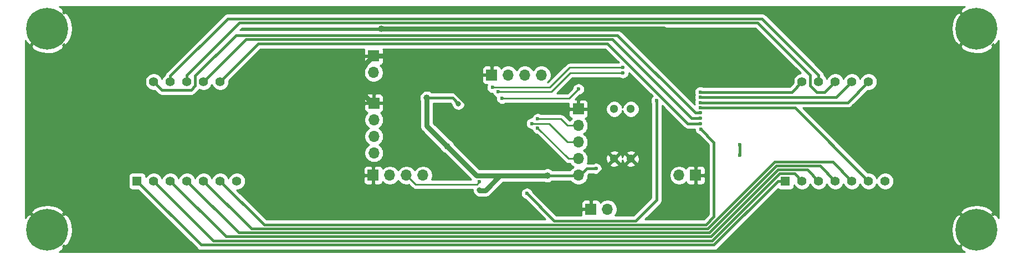
<source format=gbr>
%TF.GenerationSoftware,KiCad,Pcbnew,(5.1.9)-1*%
%TF.CreationDate,2021-04-28T17:58:15+02:00*%
%TF.ProjectId,Hoofdbord,486f6f66-6462-46f7-9264-2e6b69636164,rev?*%
%TF.SameCoordinates,Original*%
%TF.FileFunction,Copper,L2,Bot*%
%TF.FilePolarity,Positive*%
%FSLAX46Y46*%
G04 Gerber Fmt 4.6, Leading zero omitted, Abs format (unit mm)*
G04 Created by KiCad (PCBNEW (5.1.9)-1) date 2021-04-28 17:58:15*
%MOMM*%
%LPD*%
G01*
G04 APERTURE LIST*
%TA.AperFunction,ComponentPad*%
%ADD10O,1.700000X1.700000*%
%TD*%
%TA.AperFunction,ComponentPad*%
%ADD11R,1.700000X1.700000*%
%TD*%
%TA.AperFunction,ComponentPad*%
%ADD12R,1.416000X1.416000*%
%TD*%
%TA.AperFunction,ComponentPad*%
%ADD13C,1.416000*%
%TD*%
%TA.AperFunction,ComponentPad*%
%ADD14C,6.400000*%
%TD*%
%TA.AperFunction,ComponentPad*%
%ADD15C,0.800000*%
%TD*%
%TA.AperFunction,ComponentPad*%
%ADD16C,1.300000*%
%TD*%
%TA.AperFunction,ViaPad*%
%ADD17C,0.600000*%
%TD*%
%TA.AperFunction,ViaPad*%
%ADD18C,0.800000*%
%TD*%
%TA.AperFunction,ViaPad*%
%ADD19C,1.000000*%
%TD*%
%TA.AperFunction,Conductor*%
%ADD20C,0.400000*%
%TD*%
%TA.AperFunction,Conductor*%
%ADD21C,0.250000*%
%TD*%
%TA.AperFunction,Conductor*%
%ADD22C,0.800000*%
%TD*%
%TA.AperFunction,Conductor*%
%ADD23C,0.254000*%
%TD*%
%TA.AperFunction,Conductor*%
%ADD24C,0.100000*%
%TD*%
G04 APERTURE END LIST*
D10*
%TO.P,J5,4*%
%TO.N,+3V3*%
X3556000Y8382000D03*
%TO.P,J5,3*%
%TO.N,PA5*%
X1016000Y8382000D03*
%TO.P,J5,2*%
%TO.N,PA6*%
X-1524000Y8382000D03*
D11*
%TO.P,J5,1*%
%TO.N,GND*%
X-4064000Y8382000D03*
%TD*%
D12*
%TO.P,DS1,1*%
%TO.N,O15*%
X40830500Y-7874000D03*
D13*
%TO.P,DS1,2*%
%TO.N,O14*%
X43370500Y-7874000D03*
%TO.P,DS1,3*%
%TO.N,O18*%
X45910500Y-7874000D03*
%TO.P,DS1,4*%
%TO.N,O13*%
X48450500Y-7874000D03*
%TO.P,DS1,5*%
%TO.N,O17*%
X50990500Y-7874000D03*
%TO.P,DS1,6*%
%TO.N,O3*%
X53530500Y-7874000D03*
%TO.P,DS1,7*%
%TO.N,O12*%
X56070500Y-7874000D03*
%TO.P,DS1,8*%
%TO.N,O2*%
X53530500Y7366000D03*
%TO.P,DS1,9*%
%TO.N,O1*%
X50990500Y7366000D03*
%TO.P,DS1,10*%
%TO.N,O16*%
X48450500Y7366000D03*
%TO.P,DS1,11*%
%TO.N,O11*%
X45910500Y7366000D03*
%TO.P,DS1,12*%
%TO.N,O0*%
X43370500Y7366000D03*
%TD*%
D14*
%TO.P,,1*%
%TO.N,GND*%
X-71945500Y15494000D03*
D15*
%TO.N,N/C*%
X-69545500Y15494000D03*
X-70248444Y13796944D03*
X-71945500Y13094000D03*
X-73642556Y13796944D03*
X-74345500Y15494000D03*
X-73642556Y17191056D03*
X-71945500Y17894000D03*
X-70248444Y17191056D03*
%TD*%
D14*
%TO.P,,1*%
%TO.N,GND*%
X70040500Y-15367000D03*
D15*
%TO.N,N/C*%
X72440500Y-15367000D03*
X71737556Y-17064056D03*
X70040500Y-17767000D03*
X68343444Y-17064056D03*
X67640500Y-15367000D03*
X68343444Y-13669944D03*
X70040500Y-12967000D03*
X71737556Y-13669944D03*
%TD*%
D14*
%TO.P,,1*%
%TO.N,GND*%
X-71945500Y-15367000D03*
D15*
%TO.N,N/C*%
X-69545500Y-15367000D03*
X-70248444Y-17064056D03*
X-71945500Y-17767000D03*
X-73642556Y-17064056D03*
X-74345500Y-15367000D03*
X-73642556Y-13669944D03*
X-71945500Y-12967000D03*
X-70248444Y-13669944D03*
%TD*%
D14*
%TO.P,,1*%
%TO.N,GND*%
X70040500Y15494000D03*
D15*
%TO.N,N/C*%
X72440500Y15494000D03*
X71737556Y13796944D03*
X70040500Y13094000D03*
X68343444Y13796944D03*
X67640500Y15494000D03*
X68343444Y17191056D03*
X70040500Y17894000D03*
X71737556Y17191056D03*
%TD*%
D10*
%TO.P,SW2,2*%
%TO.N,Net-(R10-Pad2)*%
X24574500Y-6985000D03*
D11*
%TO.P,SW2,1*%
%TO.N,GND*%
X27114500Y-6985000D03*
%TD*%
D10*
%TO.P,J3,5*%
%TO.N,+3V3*%
X9207500Y-6985000D03*
%TO.P,J3,4*%
%TO.N,PA0*%
X9207500Y-4445000D03*
%TO.P,J3,3*%
%TO.N,PA1*%
X9207500Y-1905000D03*
%TO.P,J3,2*%
%TO.N,PA2*%
X9207500Y635000D03*
D11*
%TO.P,J3,1*%
%TO.N,GND*%
X9207500Y3175000D03*
%TD*%
D10*
%TO.P,J4,4*%
%TO.N,+3V3*%
X-14541500Y-6985000D03*
%TO.P,J4,3*%
%TO.N,PA14*%
X-17081500Y-6985000D03*
%TO.P,J4,2*%
%TO.N,PA13*%
X-19621500Y-6985000D03*
D11*
%TO.P,J4,1*%
%TO.N,GND*%
X-22161500Y-6985000D03*
%TD*%
D16*
%TO.P,SW3,4*%
%TO.N,Net-(R13-Pad1)*%
X14668500Y3175000D03*
%TO.P,SW3,3*%
%TO.N,Net-(R15-Pad2)*%
X17208500Y3175000D03*
%TO.P,SW3,2*%
%TO.N,GND*%
X17208500Y-4445000D03*
%TO.P,SW3,1*%
X14668500Y-4445000D03*
%TD*%
D10*
%TO.P,SW1,2*%
%TO.N,Net-(R6-Pad1)*%
X13652500Y-12192000D03*
D11*
%TO.P,SW1,1*%
%TO.N,GND*%
X11112500Y-12192000D03*
%TD*%
%TO.P,J1,1*%
%TO.N,GND*%
X-22034500Y4064000D03*
D10*
%TO.P,J1,2*%
%TO.N,Net-(IC1-Pad6)*%
X-22034500Y1524000D03*
%TO.P,J1,3*%
%TO.N,Net-(IC1-Pad7)*%
X-22034500Y-1016000D03*
%TO.P,J1,4*%
%TO.N,+5V*%
X-22034500Y-3556000D03*
%TD*%
%TO.P,J2,2*%
%TO.N,+5V*%
X-22098000Y8763000D03*
D11*
%TO.P,J2,1*%
%TO.N,GND*%
X-22098000Y11303000D03*
%TD*%
D13*
%TO.P,DS2,12*%
%TO.N,O4*%
X-55689500Y7366000D03*
%TO.P,DS2,11*%
%TO.N,O11*%
X-53149500Y7366000D03*
%TO.P,DS2,10*%
%TO.N,O16*%
X-50609500Y7366000D03*
%TO.P,DS2,9*%
%TO.N,O5*%
X-48069500Y7366000D03*
%TO.P,DS2,8*%
%TO.N,O6*%
X-45529500Y7366000D03*
%TO.P,DS2,7*%
%TO.N,O12*%
X-42989500Y-7874000D03*
%TO.P,DS2,6*%
%TO.N,O7*%
X-45529500Y-7874000D03*
%TO.P,DS2,5*%
%TO.N,O17*%
X-48069500Y-7874000D03*
%TO.P,DS2,4*%
%TO.N,O13*%
X-50609500Y-7874000D03*
%TO.P,DS2,3*%
%TO.N,O18*%
X-53149500Y-7874000D03*
%TO.P,DS2,2*%
%TO.N,O14*%
X-55689500Y-7874000D03*
D12*
%TO.P,DS2,1*%
%TO.N,O15*%
X-58229500Y-7874000D03*
%TD*%
D17*
%TO.N,O0*%
X27851100Y5777599D03*
%TO.N,O1*%
X27851100Y4977586D03*
%TO.N,O2*%
X27851125Y4177575D03*
%TO.N,O3*%
X27849422Y3377565D03*
%TO.N,O4*%
X27876492Y2578011D03*
%TO.N,O5*%
X27876500Y1740404D03*
%TO.N,O6*%
X27871564Y926351D03*
%TO.N,O7*%
X27904070Y89493D03*
%TO.N,BOOT0*%
X21145500Y4445000D03*
X1333500Y-9779000D03*
%TO.N,BOOT1*%
X-2476500Y4826000D03*
X9207500Y6223000D03*
D18*
%TO.N,+3V3*%
X-5905500Y-9271000D03*
D19*
X4468500Y-7025000D03*
X-10858500Y-2539945D03*
X-13970000Y4890490D03*
D17*
X11894038Y-5969014D03*
D18*
X-9144000Y4000500D03*
D19*
%TO.N,GND*%
X28765472Y9017028D03*
X-10858500Y6858000D03*
X-20891500Y15494000D03*
D17*
%TO.N,PB10*%
X-3048000Y5842000D03*
X16002000Y8724987D03*
%TO.N,PB11*%
X-3937000Y6476984D03*
X16002000Y9525000D03*
%TO.N,Net-(C7-Pad2)*%
X33845500Y-3937000D03*
X33845500Y-2286000D03*
%TO.N,PA2*%
X2984500Y1651000D03*
%TO.N,PA1*%
X2095500Y965200D03*
%TO.N,PA0*%
X2984500Y254000D03*
%TO.N,PA14*%
X-5905500Y-8001000D03*
%TD*%
D20*
%TO.N,O0*%
X43370500Y7366000D02*
X41782099Y5777599D01*
X41782099Y5777599D02*
X27851100Y5777599D01*
%TO.N,O11*%
X-53149500Y8255000D02*
X-53149500Y7366000D01*
X-44386500Y17018000D02*
X-53149500Y8255000D01*
X45910500Y7366000D02*
X45910500Y8367262D01*
X45910500Y8367262D02*
X37259762Y17018000D01*
X37259762Y17018000D02*
X-44386500Y17018000D01*
%TO.N,O16*%
X44640500Y8382000D02*
X36604511Y16417989D01*
X-50609500Y8367263D02*
X-50609500Y7366000D01*
X46799500Y5715000D02*
X45656500Y5715000D01*
X48450500Y7366000D02*
X46799500Y5715000D01*
X45656500Y5715000D02*
X44640500Y6731000D01*
X44640500Y6731000D02*
X44640500Y8382000D01*
X36604511Y16417989D02*
X-42558774Y16417989D01*
X-42558774Y16417989D02*
X-50609500Y8367263D01*
%TO.N,O1*%
X48602086Y4977586D02*
X27851100Y4977586D01*
X50990500Y7366000D02*
X48602086Y4977586D01*
%TO.N,O2*%
X50342075Y4177575D02*
X27851125Y4177575D01*
X53530500Y7366000D02*
X50342075Y4177575D01*
%TO.N,O3*%
X42278935Y3377565D02*
X27849422Y3377565D01*
X53530500Y-7874000D02*
X42278935Y3377565D01*
%TO.N,O17*%
X-48069500Y-7874000D02*
X-40760522Y-15182978D01*
X48047470Y-4930970D02*
X50990500Y-7874000D01*
X39195905Y-4930969D02*
X48047470Y-4930970D01*
X-40760522Y-15182978D02*
X28943895Y-15182978D01*
X28943895Y-15182978D02*
X39195905Y-4930969D01*
%TO.N,O13*%
X29192427Y-15782989D02*
X39444436Y-5530979D01*
X46107480Y-5530980D02*
X48450500Y-7874000D01*
X39444436Y-5530979D02*
X46107480Y-5530980D01*
X-50609500Y-7874000D02*
X-42700511Y-15782989D01*
X-42700511Y-15782989D02*
X29192427Y-15782989D01*
%TO.N,O18*%
X39692968Y-6130990D02*
X44167490Y-6130990D01*
X29440958Y-16383000D02*
X39692968Y-6130990D01*
X-44640500Y-16383000D02*
X29440958Y-16383000D01*
X-53149500Y-7874000D02*
X-44640500Y-16383000D01*
X44167490Y-6130990D02*
X45910500Y-7874000D01*
%TO.N,O14*%
X-46545500Y-17018000D02*
X-55689500Y-7874000D01*
X29654500Y-17018000D02*
X-46545500Y-17018000D01*
X39941500Y-6731000D02*
X29654500Y-17018000D01*
X42227500Y-6731000D02*
X39941500Y-6731000D01*
X43370500Y-7874000D02*
X42227500Y-6731000D01*
%TO.N,O15*%
X-48450500Y-17653000D02*
X-58229500Y-7874000D01*
X29908500Y-17653000D02*
X-48450500Y-17653000D01*
X39687500Y-7874000D02*
X29908500Y-17653000D01*
X40830500Y-7874000D02*
X39687500Y-7874000D01*
%TO.N,O4*%
X27076489Y2578011D02*
X27876492Y2578011D01*
X15176500Y14478000D02*
X27076489Y2578011D01*
X-43116500Y14478000D02*
X15176500Y14478000D01*
X-49339500Y8255000D02*
X-43116500Y14478000D01*
X-49339500Y6731000D02*
X-49339500Y8255000D01*
X-49974500Y6096000D02*
X-49339500Y6731000D01*
X-54419500Y6096000D02*
X-49974500Y6096000D01*
X-55689500Y7366000D02*
X-54419500Y6096000D01*
%TO.N,O5*%
X26517096Y1740404D02*
X27876500Y1740404D01*
X14414500Y13843000D02*
X26517096Y1740404D01*
X-41592500Y13843000D02*
X14414500Y13843000D01*
X-48069500Y7366000D02*
X-41592500Y13843000D01*
%TO.N,O6*%
X25934149Y926351D02*
X27871564Y926351D01*
X13652500Y13208000D02*
X25934149Y926351D01*
X12001500Y13208000D02*
X13652500Y13208000D01*
X11981501Y13188001D02*
X12001500Y13208000D01*
X-39707499Y13188001D02*
X11981501Y13188001D01*
X-45529500Y7366000D02*
X-39707499Y13188001D01*
%TO.N,O7*%
X-45529500Y-7874000D02*
X-38820533Y-14582967D01*
X29908500Y-1914937D02*
X27904070Y89493D01*
X29908500Y-13335000D02*
X29908500Y-1914937D01*
X28660533Y-14582967D02*
X29908500Y-13335000D01*
X-38820533Y-14582967D02*
X28660533Y-14582967D01*
D21*
%TO.N,BOOT0*%
X21145500Y4445000D02*
X21145500Y4445000D01*
D20*
X5524500Y-13970000D02*
X1333500Y-9779000D01*
X17970500Y-13970000D02*
X5524500Y-13970000D01*
X21145500Y-10795000D02*
X17970500Y-13970000D01*
X21145500Y4445000D02*
X21145500Y-10795000D01*
D21*
%TO.N,BOOT1*%
X-2476500Y4826000D02*
X7810500Y4826000D01*
X7810500Y4826000D02*
X9207500Y6223000D01*
%TO.N,+3V3*%
X9588500Y-7366000D02*
X9334500Y-7366000D01*
D22*
X-13970000Y571555D02*
X-13970000Y4890490D01*
X-10858500Y-2539945D02*
X-13970000Y571555D01*
D20*
X4468500Y-7025000D02*
X8933024Y-7025000D01*
D22*
X-10858500Y-2540000D02*
X-10858500Y-2539945D01*
X-6413500Y-6985000D02*
X-10858500Y-2540000D01*
X-6373500Y-7025000D02*
X-7048500Y-6350000D01*
D20*
X9334500Y-7112000D02*
X10477486Y-5969014D01*
X10477486Y-5969014D02*
X11894038Y-5969014D01*
X-9144000Y4000500D02*
X-10033990Y4890490D01*
X-10033990Y4890490D02*
X-13970000Y4890490D01*
D22*
X4468500Y-7025000D02*
X-2516500Y-7025000D01*
X-2516500Y-7025000D02*
X-3786500Y-7025000D01*
X-3786500Y-7025000D02*
X-6373500Y-7025000D01*
X-5027501Y-9282001D02*
X-5905500Y-9282001D01*
X-2770500Y-7025000D02*
X-5027501Y-9282001D01*
X-3786500Y-7025000D02*
X-2770500Y-7025000D01*
%TO.N,GND*%
X-23939500Y9461500D02*
X-22098000Y11303000D01*
X-23939500Y5715000D02*
X-23939500Y9461500D01*
X-22034500Y3810000D02*
X-23939500Y5715000D01*
D20*
X9588500Y2794000D02*
X9207500Y3175000D01*
X11112500Y-11811000D02*
X10985500Y-11938000D01*
X11112500Y-8001000D02*
X11112500Y-11811000D01*
X14668500Y-4445000D02*
X11112500Y-8001000D01*
X9207500Y3175000D02*
X-7175500Y3175000D01*
D22*
X-22098000Y11303000D02*
X-15303500Y11303000D01*
X-15303500Y11303000D02*
X-10858500Y6858000D01*
D20*
X-7175500Y3175000D02*
X-10858500Y6858000D01*
D22*
X22288500Y15494000D02*
X28765472Y9017028D01*
X-20891500Y15494000D02*
X22288500Y15494000D01*
D21*
%TO.N,PB10*%
X-3048000Y5842000D02*
X5080000Y5842000D01*
X5080000Y5842000D02*
X7962987Y8724987D01*
X7962987Y8724987D02*
X16002000Y8724987D01*
%TO.N,PB11*%
X-3937000Y6476984D02*
X4825984Y6476984D01*
X7874000Y9525000D02*
X16002000Y9525000D01*
X4825984Y6476984D02*
X7874000Y9525000D01*
D20*
%TO.N,Net-(C7-Pad2)*%
X33845500Y-2286000D02*
X33845500Y-3937000D01*
D21*
%TO.N,PA2*%
X9207500Y635000D02*
X9588500Y254000D01*
X7556500Y635000D02*
X9207500Y635000D01*
X6540500Y1651000D02*
X7556500Y635000D01*
X2984500Y1651000D02*
X6540500Y1651000D01*
%TO.N,PA1*%
X9207500Y-1905000D02*
X9588500Y-2286000D01*
X7556500Y-1905000D02*
X9207500Y-1905000D01*
X4686300Y965200D02*
X7556500Y-1905000D01*
X2095500Y965200D02*
X4686300Y965200D01*
%TO.N,PA0*%
X9334500Y-4826000D02*
X9588500Y-4826000D01*
X8953500Y-4445000D02*
X9334500Y-4826000D01*
X7683500Y-4445000D02*
X8953500Y-4445000D01*
X2984500Y254000D02*
X7683500Y-4445000D01*
%TO.N,PA14*%
X-15684500Y-8382000D02*
X-17081500Y-6985000D01*
X-6286500Y-8382000D02*
X-15684500Y-8382000D01*
X-5905500Y-8001000D02*
X-6286500Y-8382000D01*
%TD*%
D23*
%TO.N,GND*%
X67919830Y18711555D02*
X67879412Y18684548D01*
X67519224Y18194881D01*
X67704916Y18009189D01*
X67683670Y17994993D01*
X67539507Y17850830D01*
X67525311Y17829584D01*
X67339619Y18015276D01*
X66849952Y17655088D01*
X66489651Y16991118D01*
X66265806Y16269615D01*
X66187020Y15518305D01*
X66256322Y14766062D01*
X66471048Y14041792D01*
X66822945Y13373330D01*
X66849952Y13332912D01*
X67339619Y12972724D01*
X67525311Y13158416D01*
X67539507Y13137170D01*
X67683670Y12993007D01*
X67704916Y12978811D01*
X67519224Y12793119D01*
X67879412Y12303452D01*
X68543382Y11943151D01*
X69264885Y11719306D01*
X70016195Y11640520D01*
X70768438Y11709822D01*
X71492708Y11924548D01*
X72161170Y12276445D01*
X72201588Y12303452D01*
X72561776Y12793119D01*
X72376084Y12978811D01*
X72397330Y12993007D01*
X72541493Y13137170D01*
X72555689Y13158416D01*
X72741381Y12972724D01*
X73231048Y13332912D01*
X73419500Y13680195D01*
X73419501Y-13553012D01*
X73258055Y-13246330D01*
X73231048Y-13205912D01*
X72741381Y-12845724D01*
X72555689Y-13031416D01*
X72541493Y-13010170D01*
X72397330Y-12866007D01*
X72376084Y-12851811D01*
X72561776Y-12666119D01*
X72201588Y-12176452D01*
X71537618Y-11816151D01*
X70816115Y-11592306D01*
X70064805Y-11513520D01*
X69312562Y-11582822D01*
X68588292Y-11797548D01*
X67919830Y-12149445D01*
X67879412Y-12176452D01*
X67519224Y-12666119D01*
X67704916Y-12851811D01*
X67683670Y-12866007D01*
X67539507Y-13010170D01*
X67525311Y-13031416D01*
X67339619Y-12845724D01*
X66849952Y-13205912D01*
X66489651Y-13869882D01*
X66265806Y-14591385D01*
X66187020Y-15342695D01*
X66256322Y-16094938D01*
X66471048Y-16819208D01*
X66822945Y-17487670D01*
X66849952Y-17528088D01*
X67339619Y-17888276D01*
X67525311Y-17702584D01*
X67539507Y-17723830D01*
X67683670Y-17867993D01*
X67704916Y-17882189D01*
X67519224Y-18067881D01*
X67879412Y-18557548D01*
X68226695Y-18746000D01*
X-70131510Y-18746000D01*
X-69824830Y-18584555D01*
X-69784412Y-18557548D01*
X-69424224Y-18067881D01*
X-69609916Y-17882189D01*
X-69588670Y-17867993D01*
X-69444507Y-17723830D01*
X-69430311Y-17702584D01*
X-69244619Y-17888276D01*
X-68754952Y-17528088D01*
X-68394651Y-16864118D01*
X-68170806Y-16142615D01*
X-68092020Y-15391305D01*
X-68161322Y-14639062D01*
X-68376048Y-13914792D01*
X-68727945Y-13246330D01*
X-68754952Y-13205912D01*
X-69244619Y-12845724D01*
X-69430311Y-13031416D01*
X-69444507Y-13010170D01*
X-69588670Y-12866007D01*
X-69609916Y-12851811D01*
X-69424224Y-12666119D01*
X-69784412Y-12176452D01*
X-70448382Y-11816151D01*
X-71169885Y-11592306D01*
X-71921195Y-11513520D01*
X-72673438Y-11582822D01*
X-73397708Y-11797548D01*
X-74066170Y-12149445D01*
X-74106588Y-12176452D01*
X-74466776Y-12666119D01*
X-74281084Y-12851811D01*
X-74302330Y-12866007D01*
X-74446493Y-13010170D01*
X-74460689Y-13031416D01*
X-74646381Y-12845724D01*
X-75136048Y-13205912D01*
X-75324500Y-13553195D01*
X-75324500Y-7166000D01*
X-59575572Y-7166000D01*
X-59575572Y-8582000D01*
X-59563312Y-8706482D01*
X-59527002Y-8826180D01*
X-59468037Y-8936494D01*
X-59388685Y-9033185D01*
X-59291994Y-9112537D01*
X-59181680Y-9171502D01*
X-59061982Y-9207812D01*
X-58937500Y-9220072D01*
X-58064295Y-9220072D01*
X-49069941Y-18214427D01*
X-49043791Y-18246291D01*
X-48916646Y-18350636D01*
X-48771587Y-18428172D01*
X-48614189Y-18475918D01*
X-48491519Y-18488000D01*
X-48491509Y-18488000D01*
X-48450501Y-18492039D01*
X-48409493Y-18488000D01*
X29867482Y-18488000D01*
X29908500Y-18492040D01*
X29949518Y-18488000D01*
X29949519Y-18488000D01*
X30072189Y-18475918D01*
X30229587Y-18428172D01*
X30374646Y-18350636D01*
X30501791Y-18246291D01*
X30527946Y-18214421D01*
X39692114Y-9050254D01*
X39768006Y-9112537D01*
X39878320Y-9171502D01*
X39998018Y-9207812D01*
X40122500Y-9220072D01*
X41538500Y-9220072D01*
X41662982Y-9207812D01*
X41782680Y-9171502D01*
X41892994Y-9112537D01*
X41989685Y-9033185D01*
X42069037Y-8936494D01*
X42128002Y-8826180D01*
X42164312Y-8706482D01*
X42176572Y-8582000D01*
X42176572Y-8501031D01*
X42180349Y-8510149D01*
X42327324Y-8730112D01*
X42514388Y-8917176D01*
X42734351Y-9064151D01*
X42978761Y-9165389D01*
X43238226Y-9217000D01*
X43502774Y-9217000D01*
X43762239Y-9165389D01*
X44006649Y-9064151D01*
X44226612Y-8917176D01*
X44413676Y-8730112D01*
X44560651Y-8510149D01*
X44640500Y-8317377D01*
X44720349Y-8510149D01*
X44867324Y-8730112D01*
X45054388Y-8917176D01*
X45274351Y-9064151D01*
X45518761Y-9165389D01*
X45778226Y-9217000D01*
X46042774Y-9217000D01*
X46302239Y-9165389D01*
X46546649Y-9064151D01*
X46766612Y-8917176D01*
X46953676Y-8730112D01*
X47100651Y-8510149D01*
X47180500Y-8317377D01*
X47260349Y-8510149D01*
X47407324Y-8730112D01*
X47594388Y-8917176D01*
X47814351Y-9064151D01*
X48058761Y-9165389D01*
X48318226Y-9217000D01*
X48582774Y-9217000D01*
X48842239Y-9165389D01*
X49086649Y-9064151D01*
X49306612Y-8917176D01*
X49493676Y-8730112D01*
X49640651Y-8510149D01*
X49720500Y-8317377D01*
X49800349Y-8510149D01*
X49947324Y-8730112D01*
X50134388Y-8917176D01*
X50354351Y-9064151D01*
X50598761Y-9165389D01*
X50858226Y-9217000D01*
X51122774Y-9217000D01*
X51382239Y-9165389D01*
X51626649Y-9064151D01*
X51846612Y-8917176D01*
X52033676Y-8730112D01*
X52180651Y-8510149D01*
X52260500Y-8317377D01*
X52340349Y-8510149D01*
X52487324Y-8730112D01*
X52674388Y-8917176D01*
X52894351Y-9064151D01*
X53138761Y-9165389D01*
X53398226Y-9217000D01*
X53662774Y-9217000D01*
X53922239Y-9165389D01*
X54166649Y-9064151D01*
X54386612Y-8917176D01*
X54573676Y-8730112D01*
X54720651Y-8510149D01*
X54800500Y-8317377D01*
X54880349Y-8510149D01*
X55027324Y-8730112D01*
X55214388Y-8917176D01*
X55434351Y-9064151D01*
X55678761Y-9165389D01*
X55938226Y-9217000D01*
X56202774Y-9217000D01*
X56462239Y-9165389D01*
X56706649Y-9064151D01*
X56926612Y-8917176D01*
X57113676Y-8730112D01*
X57260651Y-8510149D01*
X57361889Y-8265739D01*
X57413500Y-8006274D01*
X57413500Y-7741726D01*
X57361889Y-7482261D01*
X57260651Y-7237851D01*
X57113676Y-7017888D01*
X56926612Y-6830824D01*
X56706649Y-6683849D01*
X56462239Y-6582611D01*
X56202774Y-6531000D01*
X55938226Y-6531000D01*
X55678761Y-6582611D01*
X55434351Y-6683849D01*
X55214388Y-6830824D01*
X55027324Y-7017888D01*
X54880349Y-7237851D01*
X54800500Y-7430623D01*
X54720651Y-7237851D01*
X54573676Y-7017888D01*
X54386612Y-6830824D01*
X54166649Y-6683849D01*
X53922239Y-6582611D01*
X53662774Y-6531000D01*
X53398226Y-6531000D01*
X53373322Y-6535954D01*
X43494792Y3342575D01*
X50301057Y3342575D01*
X50342075Y3338535D01*
X50383093Y3342575D01*
X50383094Y3342575D01*
X50505764Y3354657D01*
X50663162Y3402403D01*
X50808221Y3479939D01*
X50935366Y3584284D01*
X50961521Y3616154D01*
X53373322Y6027954D01*
X53398226Y6023000D01*
X53662774Y6023000D01*
X53922239Y6074611D01*
X54166649Y6175849D01*
X54386612Y6322824D01*
X54573676Y6509888D01*
X54720651Y6729851D01*
X54821889Y6974261D01*
X54873500Y7233726D01*
X54873500Y7498274D01*
X54821889Y7757739D01*
X54720651Y8002149D01*
X54573676Y8222112D01*
X54386612Y8409176D01*
X54166649Y8556151D01*
X53922239Y8657389D01*
X53662774Y8709000D01*
X53398226Y8709000D01*
X53138761Y8657389D01*
X52894351Y8556151D01*
X52674388Y8409176D01*
X52487324Y8222112D01*
X52340349Y8002149D01*
X52260500Y7809377D01*
X52180651Y8002149D01*
X52033676Y8222112D01*
X51846612Y8409176D01*
X51626649Y8556151D01*
X51382239Y8657389D01*
X51122774Y8709000D01*
X50858226Y8709000D01*
X50598761Y8657389D01*
X50354351Y8556151D01*
X50134388Y8409176D01*
X49947324Y8222112D01*
X49800349Y8002149D01*
X49720500Y7809377D01*
X49640651Y8002149D01*
X49493676Y8222112D01*
X49306612Y8409176D01*
X49086649Y8556151D01*
X48842239Y8657389D01*
X48582774Y8709000D01*
X48318226Y8709000D01*
X48058761Y8657389D01*
X47814351Y8556151D01*
X47594388Y8409176D01*
X47407324Y8222112D01*
X47260349Y8002149D01*
X47180500Y7809377D01*
X47100651Y8002149D01*
X46953676Y8222112D01*
X46766612Y8409176D01*
X46743918Y8424339D01*
X46733418Y8530951D01*
X46685672Y8688349D01*
X46608136Y8833408D01*
X46545886Y8909260D01*
X46503791Y8960553D01*
X46471927Y8986703D01*
X37879208Y17579421D01*
X37853053Y17611291D01*
X37725908Y17715636D01*
X37580849Y17793172D01*
X37423451Y17840918D01*
X37300781Y17853000D01*
X37300780Y17853000D01*
X37259762Y17857040D01*
X37218744Y17853000D01*
X-44345493Y17853000D01*
X-44386501Y17857039D01*
X-44427509Y17853000D01*
X-44427519Y17853000D01*
X-44550189Y17840918D01*
X-44707587Y17793172D01*
X-44852646Y17715636D01*
X-44979791Y17611291D01*
X-45005941Y17579427D01*
X-53710921Y8874446D01*
X-53742791Y8848291D01*
X-53811145Y8765000D01*
X-53847136Y8721145D01*
X-53924672Y8576086D01*
X-53967598Y8434576D01*
X-54005612Y8409176D01*
X-54192676Y8222112D01*
X-54339651Y8002149D01*
X-54419500Y7809377D01*
X-54499349Y8002149D01*
X-54646324Y8222112D01*
X-54833388Y8409176D01*
X-55053351Y8556151D01*
X-55297761Y8657389D01*
X-55557226Y8709000D01*
X-55821774Y8709000D01*
X-56081239Y8657389D01*
X-56325649Y8556151D01*
X-56545612Y8409176D01*
X-56732676Y8222112D01*
X-56879651Y8002149D01*
X-56980889Y7757739D01*
X-57032500Y7498274D01*
X-57032500Y7233726D01*
X-56980889Y6974261D01*
X-56879651Y6729851D01*
X-56732676Y6509888D01*
X-56545612Y6322824D01*
X-56325649Y6175849D01*
X-56081239Y6074611D01*
X-55821774Y6023000D01*
X-55557226Y6023000D01*
X-55532321Y6027954D01*
X-55038942Y5534574D01*
X-55012791Y5502709D01*
X-54885646Y5398364D01*
X-54740587Y5320828D01*
X-54583189Y5273082D01*
X-54460519Y5261000D01*
X-54460517Y5261000D01*
X-54419501Y5256960D01*
X-54378485Y5261000D01*
X-50015518Y5261000D01*
X-49974500Y5256960D01*
X-49933482Y5261000D01*
X-49933481Y5261000D01*
X-49810811Y5273082D01*
X-49653413Y5320828D01*
X-49508354Y5398364D01*
X-49381209Y5502709D01*
X-49355055Y5534578D01*
X-48778068Y6111564D01*
X-48746209Y6137709D01*
X-48720060Y6169571D01*
X-48711629Y6179845D01*
X-48705649Y6175849D01*
X-48461239Y6074611D01*
X-48201774Y6023000D01*
X-47937226Y6023000D01*
X-47677761Y6074611D01*
X-47433351Y6175849D01*
X-47213388Y6322824D01*
X-47026324Y6509888D01*
X-46879349Y6729851D01*
X-46799500Y6922623D01*
X-46719651Y6729851D01*
X-46572676Y6509888D01*
X-46385612Y6322824D01*
X-46165649Y6175849D01*
X-45921239Y6074611D01*
X-45661774Y6023000D01*
X-45397226Y6023000D01*
X-45137761Y6074611D01*
X-44893351Y6175849D01*
X-44673388Y6322824D01*
X-44486324Y6509888D01*
X-44339349Y6729851D01*
X-44238111Y6974261D01*
X-44186500Y7233726D01*
X-44186500Y7498274D01*
X-44191454Y7523179D01*
X-41261632Y10453000D01*
X-23586072Y10453000D01*
X-23573812Y10328518D01*
X-23537502Y10208820D01*
X-23478537Y10098506D01*
X-23399185Y10001815D01*
X-23302494Y9922463D01*
X-23192180Y9863498D01*
X-23119620Y9841487D01*
X-23251475Y9709632D01*
X-23413990Y9466411D01*
X-23525932Y9196158D01*
X-23583000Y8909260D01*
X-23583000Y8616740D01*
X-23525932Y8329842D01*
X-23413990Y8059589D01*
X-23251475Y7816368D01*
X-23044632Y7609525D01*
X-22801411Y7447010D01*
X-22531158Y7335068D01*
X-22244260Y7278000D01*
X-21951740Y7278000D01*
X-21664842Y7335068D01*
X-21394589Y7447010D01*
X-21151368Y7609525D01*
X-20944525Y7816368D01*
X-20782010Y8059589D01*
X-20670068Y8329842D01*
X-20613000Y8616740D01*
X-20613000Y8909260D01*
X-20670068Y9196158D01*
X-20684914Y9232000D01*
X-5552072Y9232000D01*
X-5549000Y8667750D01*
X-5390250Y8509000D01*
X-4191000Y8509000D01*
X-4191000Y9708250D01*
X-4349750Y9867000D01*
X-4914000Y9870072D01*
X-5038482Y9857812D01*
X-5158180Y9821502D01*
X-5268494Y9762537D01*
X-5365185Y9683185D01*
X-5444537Y9586494D01*
X-5503502Y9476180D01*
X-5539812Y9356482D01*
X-5552072Y9232000D01*
X-20684914Y9232000D01*
X-20782010Y9466411D01*
X-20944525Y9709632D01*
X-21076380Y9841487D01*
X-21003820Y9863498D01*
X-20893506Y9922463D01*
X-20796815Y10001815D01*
X-20717463Y10098506D01*
X-20658498Y10208820D01*
X-20622188Y10328518D01*
X-20609928Y10453000D01*
X-20613000Y11017250D01*
X-20771750Y11176000D01*
X-21971000Y11176000D01*
X-21971000Y11156000D01*
X-22225000Y11156000D01*
X-22225000Y11176000D01*
X-23424250Y11176000D01*
X-23583000Y11017250D01*
X-23586072Y10453000D01*
X-41261632Y10453000D01*
X-39361630Y12353001D01*
X-23550904Y12353001D01*
X-23573812Y12277482D01*
X-23586072Y12153000D01*
X-23583000Y11588750D01*
X-23424250Y11430000D01*
X-22225000Y11430000D01*
X-22225000Y11450000D01*
X-21971000Y11450000D01*
X-21971000Y11430000D01*
X-20771750Y11430000D01*
X-20613000Y11588750D01*
X-20609928Y12153000D01*
X-20622188Y12277482D01*
X-20645096Y12353001D01*
X11940483Y12353001D01*
X11981501Y12348961D01*
X12022519Y12353001D01*
X12022520Y12353001D01*
X12145190Y12365083D01*
X12171289Y12373000D01*
X13306633Y12373000D01*
X15394633Y10285000D01*
X7911333Y10285000D01*
X7874000Y10288677D01*
X7836667Y10285000D01*
X7725014Y10274003D01*
X7581753Y10230546D01*
X7449724Y10159974D01*
X7333999Y10065001D01*
X7310201Y10036003D01*
X4511183Y7236984D01*
X4511091Y7236984D01*
X4709475Y7435368D01*
X4871990Y7678589D01*
X4983932Y7948842D01*
X5041000Y8235740D01*
X5041000Y8528260D01*
X4983932Y8815158D01*
X4871990Y9085411D01*
X4709475Y9328632D01*
X4502632Y9535475D01*
X4259411Y9697990D01*
X3989158Y9809932D01*
X3702260Y9867000D01*
X3409740Y9867000D01*
X3122842Y9809932D01*
X2852589Y9697990D01*
X2609368Y9535475D01*
X2402525Y9328632D01*
X2286000Y9154240D01*
X2169475Y9328632D01*
X1962632Y9535475D01*
X1719411Y9697990D01*
X1449158Y9809932D01*
X1162260Y9867000D01*
X869740Y9867000D01*
X582842Y9809932D01*
X312589Y9697990D01*
X69368Y9535475D01*
X-137475Y9328632D01*
X-254000Y9154240D01*
X-370525Y9328632D01*
X-577368Y9535475D01*
X-820589Y9697990D01*
X-1090842Y9809932D01*
X-1377740Y9867000D01*
X-1670260Y9867000D01*
X-1957158Y9809932D01*
X-2227411Y9697990D01*
X-2470632Y9535475D01*
X-2602487Y9403620D01*
X-2624498Y9476180D01*
X-2683463Y9586494D01*
X-2762815Y9683185D01*
X-2859506Y9762537D01*
X-2969820Y9821502D01*
X-3089518Y9857812D01*
X-3214000Y9870072D01*
X-3778250Y9867000D01*
X-3937000Y9708250D01*
X-3937000Y8509000D01*
X-3917000Y8509000D01*
X-3917000Y8255000D01*
X-3937000Y8255000D01*
X-3937000Y8235000D01*
X-4191000Y8235000D01*
X-4191000Y8255000D01*
X-5390250Y8255000D01*
X-5549000Y8096250D01*
X-5552072Y7532000D01*
X-5539812Y7407518D01*
X-5503502Y7287820D01*
X-5444537Y7177506D01*
X-5365185Y7080815D01*
X-5268494Y7001463D01*
X-5158180Y6942498D01*
X-5038482Y6906188D01*
X-4914000Y6893928D01*
X-4776022Y6894679D01*
X-4836068Y6749713D01*
X-4872000Y6569073D01*
X-4872000Y6384895D01*
X-4836068Y6204255D01*
X-4765586Y6034095D01*
X-4663262Y5880956D01*
X-4533028Y5750722D01*
X-4379889Y5648398D01*
X-4209729Y5577916D01*
X-4029089Y5541984D01*
X-3935765Y5541984D01*
X-3876586Y5399111D01*
X-3774262Y5245972D01*
X-3644028Y5115738D01*
X-3490889Y5013414D01*
X-3400025Y4975777D01*
X-3411500Y4918089D01*
X-3411500Y4733911D01*
X-3375568Y4553271D01*
X-3305086Y4383111D01*
X-3202762Y4229972D01*
X-3072528Y4099738D01*
X-2919389Y3997414D01*
X-2749229Y3926932D01*
X-2568589Y3891000D01*
X-2384411Y3891000D01*
X-2203771Y3926932D01*
X-2033611Y3997414D01*
X-1930965Y4066000D01*
X7723466Y4066000D01*
X7719428Y4025000D01*
X7722500Y3460750D01*
X7881250Y3302000D01*
X9080500Y3302000D01*
X9080500Y4501250D01*
X9334500Y4501250D01*
X9334500Y3302000D01*
X10533750Y3302000D01*
X10692500Y3460750D01*
X10695572Y4025000D01*
X10683312Y4149482D01*
X10647002Y4269180D01*
X10588037Y4379494D01*
X10508685Y4476185D01*
X10411994Y4555537D01*
X10301680Y4614502D01*
X10181982Y4650812D01*
X10057500Y4663072D01*
X9493250Y4660000D01*
X9334500Y4501250D01*
X9080500Y4501250D01*
X8921750Y4660000D01*
X8720398Y4661096D01*
X9359149Y5299847D01*
X9480229Y5323932D01*
X9650389Y5394414D01*
X9803528Y5496738D01*
X9933762Y5626972D01*
X10036086Y5780111D01*
X10106568Y5950271D01*
X10142500Y6130911D01*
X10142500Y6315089D01*
X10106568Y6495729D01*
X10036086Y6665889D01*
X9933762Y6819028D01*
X9803528Y6949262D01*
X9650389Y7051586D01*
X9480229Y7122068D01*
X9299589Y7158000D01*
X9115411Y7158000D01*
X8934771Y7122068D01*
X8764611Y7051586D01*
X8611472Y6949262D01*
X8481238Y6819028D01*
X8378914Y6665889D01*
X8308432Y6495729D01*
X8284347Y6374649D01*
X7495699Y5586000D01*
X5898801Y5586000D01*
X8277789Y7964987D01*
X15456465Y7964987D01*
X15559111Y7896401D01*
X15729271Y7825919D01*
X15909911Y7789987D01*
X16094089Y7789987D01*
X16274729Y7825919D01*
X16444889Y7896401D01*
X16598028Y7998725D01*
X16728262Y8128959D01*
X16830586Y8282098D01*
X16901068Y8452258D01*
X16937000Y8632898D01*
X16937000Y8742632D01*
X20528921Y5150711D01*
X20419238Y5041028D01*
X20316914Y4887889D01*
X20246432Y4717729D01*
X20210500Y4537089D01*
X20210500Y4352911D01*
X20246432Y4172271D01*
X20310500Y4017596D01*
X20310501Y-10449131D01*
X17624633Y-13135000D01*
X14808402Y-13135000D01*
X14968490Y-12895411D01*
X15080432Y-12625158D01*
X15137500Y-12338260D01*
X15137500Y-12045740D01*
X15080432Y-11758842D01*
X14968490Y-11488589D01*
X14805975Y-11245368D01*
X14599132Y-11038525D01*
X14355911Y-10876010D01*
X14085658Y-10764068D01*
X13798760Y-10707000D01*
X13506240Y-10707000D01*
X13219342Y-10764068D01*
X12949089Y-10876010D01*
X12705868Y-11038525D01*
X12574013Y-11170380D01*
X12552002Y-11097820D01*
X12493037Y-10987506D01*
X12413685Y-10890815D01*
X12316994Y-10811463D01*
X12206680Y-10752498D01*
X12086982Y-10716188D01*
X11962500Y-10703928D01*
X11398250Y-10707000D01*
X11239500Y-10865750D01*
X11239500Y-12065000D01*
X11259500Y-12065000D01*
X11259500Y-12319000D01*
X11239500Y-12319000D01*
X11239500Y-12339000D01*
X10985500Y-12339000D01*
X10985500Y-12319000D01*
X9786250Y-12319000D01*
X9627500Y-12477750D01*
X9624428Y-13042000D01*
X9633587Y-13135000D01*
X5870368Y-13135000D01*
X4077368Y-11342000D01*
X9624428Y-11342000D01*
X9627500Y-11906250D01*
X9786250Y-12065000D01*
X10985500Y-12065000D01*
X10985500Y-10865750D01*
X10826750Y-10707000D01*
X10262500Y-10703928D01*
X10138018Y-10716188D01*
X10018320Y-10752498D01*
X9908006Y-10811463D01*
X9811315Y-10890815D01*
X9731963Y-10987506D01*
X9672998Y-11097820D01*
X9636688Y-11217518D01*
X9624428Y-11342000D01*
X4077368Y-11342000D01*
X2226155Y-9490787D01*
X2162086Y-9336111D01*
X2059762Y-9182972D01*
X1929528Y-9052738D01*
X1776389Y-8950414D01*
X1606229Y-8879932D01*
X1425589Y-8844000D01*
X1241411Y-8844000D01*
X1060771Y-8879932D01*
X890611Y-8950414D01*
X737472Y-9052738D01*
X607238Y-9182972D01*
X504914Y-9336111D01*
X434432Y-9506271D01*
X398500Y-9686911D01*
X398500Y-9871089D01*
X434432Y-10051729D01*
X504914Y-10221889D01*
X607238Y-10375028D01*
X737472Y-10505262D01*
X890611Y-10607586D01*
X1045287Y-10671655D01*
X4121599Y-13747967D01*
X-38474665Y-13747967D01*
X-43005633Y-9217000D01*
X-42857226Y-9217000D01*
X-42597761Y-9165389D01*
X-42353351Y-9064151D01*
X-42133388Y-8917176D01*
X-41946324Y-8730112D01*
X-41799349Y-8510149D01*
X-41698111Y-8265739D01*
X-41646500Y-8006274D01*
X-41646500Y-7835000D01*
X-23649572Y-7835000D01*
X-23637312Y-7959482D01*
X-23601002Y-8079180D01*
X-23542037Y-8189494D01*
X-23462685Y-8286185D01*
X-23365994Y-8365537D01*
X-23255680Y-8424502D01*
X-23135982Y-8460812D01*
X-23011500Y-8473072D01*
X-22447250Y-8470000D01*
X-22288500Y-8311250D01*
X-22288500Y-7112000D01*
X-23487750Y-7112000D01*
X-23646500Y-7270750D01*
X-23649572Y-7835000D01*
X-41646500Y-7835000D01*
X-41646500Y-7741726D01*
X-41698111Y-7482261D01*
X-41799349Y-7237851D01*
X-41946324Y-7017888D01*
X-42133388Y-6830824D01*
X-42353351Y-6683849D01*
X-42597761Y-6582611D01*
X-42857226Y-6531000D01*
X-43121774Y-6531000D01*
X-43381239Y-6582611D01*
X-43625649Y-6683849D01*
X-43845612Y-6830824D01*
X-44032676Y-7017888D01*
X-44179651Y-7237851D01*
X-44259500Y-7430623D01*
X-44339349Y-7237851D01*
X-44486324Y-7017888D01*
X-44673388Y-6830824D01*
X-44893351Y-6683849D01*
X-45137761Y-6582611D01*
X-45397226Y-6531000D01*
X-45661774Y-6531000D01*
X-45921239Y-6582611D01*
X-46165649Y-6683849D01*
X-46385612Y-6830824D01*
X-46572676Y-7017888D01*
X-46719651Y-7237851D01*
X-46799500Y-7430623D01*
X-46879349Y-7237851D01*
X-47026324Y-7017888D01*
X-47213388Y-6830824D01*
X-47433351Y-6683849D01*
X-47677761Y-6582611D01*
X-47937226Y-6531000D01*
X-48201774Y-6531000D01*
X-48461239Y-6582611D01*
X-48705649Y-6683849D01*
X-48925612Y-6830824D01*
X-49112676Y-7017888D01*
X-49259651Y-7237851D01*
X-49339500Y-7430623D01*
X-49419349Y-7237851D01*
X-49566324Y-7017888D01*
X-49753388Y-6830824D01*
X-49973351Y-6683849D01*
X-50217761Y-6582611D01*
X-50477226Y-6531000D01*
X-50741774Y-6531000D01*
X-51001239Y-6582611D01*
X-51245649Y-6683849D01*
X-51465612Y-6830824D01*
X-51652676Y-7017888D01*
X-51799651Y-7237851D01*
X-51879500Y-7430623D01*
X-51959349Y-7237851D01*
X-52106324Y-7017888D01*
X-52293388Y-6830824D01*
X-52513351Y-6683849D01*
X-52757761Y-6582611D01*
X-53017226Y-6531000D01*
X-53281774Y-6531000D01*
X-53541239Y-6582611D01*
X-53785649Y-6683849D01*
X-54005612Y-6830824D01*
X-54192676Y-7017888D01*
X-54339651Y-7237851D01*
X-54419500Y-7430623D01*
X-54499349Y-7237851D01*
X-54646324Y-7017888D01*
X-54833388Y-6830824D01*
X-55053351Y-6683849D01*
X-55297761Y-6582611D01*
X-55557226Y-6531000D01*
X-55821774Y-6531000D01*
X-56081239Y-6582611D01*
X-56325649Y-6683849D01*
X-56545612Y-6830824D01*
X-56732676Y-7017888D01*
X-56879651Y-7237851D01*
X-56883428Y-7246969D01*
X-56883428Y-7166000D01*
X-56895688Y-7041518D01*
X-56931998Y-6921820D01*
X-56990963Y-6811506D01*
X-57070315Y-6714815D01*
X-57167006Y-6635463D01*
X-57277320Y-6576498D01*
X-57397018Y-6540188D01*
X-57521500Y-6527928D01*
X-58937500Y-6527928D01*
X-59061982Y-6540188D01*
X-59181680Y-6576498D01*
X-59291994Y-6635463D01*
X-59388685Y-6714815D01*
X-59468037Y-6811506D01*
X-59527002Y-6921820D01*
X-59563312Y-7041518D01*
X-59575572Y-7166000D01*
X-75324500Y-7166000D01*
X-75324500Y-6135000D01*
X-23649572Y-6135000D01*
X-23646500Y-6699250D01*
X-23487750Y-6858000D01*
X-22288500Y-6858000D01*
X-22288500Y-5658750D01*
X-22034500Y-5658750D01*
X-22034500Y-6858000D01*
X-22014500Y-6858000D01*
X-22014500Y-7112000D01*
X-22034500Y-7112000D01*
X-22034500Y-8311250D01*
X-21875750Y-8470000D01*
X-21311500Y-8473072D01*
X-21187018Y-8460812D01*
X-21067320Y-8424502D01*
X-20957006Y-8365537D01*
X-20860315Y-8286185D01*
X-20780963Y-8189494D01*
X-20721998Y-8079180D01*
X-20699987Y-8006620D01*
X-20568132Y-8138475D01*
X-20324911Y-8300990D01*
X-20054658Y-8412932D01*
X-19767760Y-8470000D01*
X-19475240Y-8470000D01*
X-19188342Y-8412932D01*
X-18918089Y-8300990D01*
X-18674868Y-8138475D01*
X-18468025Y-7931632D01*
X-18351500Y-7757240D01*
X-18234975Y-7931632D01*
X-18028132Y-8138475D01*
X-17784911Y-8300990D01*
X-17514658Y-8412932D01*
X-17227760Y-8470000D01*
X-16935240Y-8470000D01*
X-16715092Y-8426210D01*
X-16248299Y-8893003D01*
X-16224501Y-8922001D01*
X-16108776Y-9016974D01*
X-15976747Y-9087546D01*
X-15833486Y-9131003D01*
X-15721833Y-9142000D01*
X-15721824Y-9142000D01*
X-15684501Y-9145676D01*
X-15647178Y-9142000D01*
X-6935117Y-9142000D01*
X-6940500Y-9169061D01*
X-6940500Y-9231163D01*
X-6945507Y-9282001D01*
X-6940500Y-9332839D01*
X-6940500Y-9372939D01*
X-6932677Y-9412268D01*
X-6925524Y-9484896D01*
X-6904340Y-9554730D01*
X-6900726Y-9572898D01*
X-6893637Y-9590012D01*
X-6866341Y-9679994D01*
X-6770234Y-9859798D01*
X-6640896Y-10017397D01*
X-6483297Y-10146735D01*
X-6303493Y-10242842D01*
X-6108395Y-10302025D01*
X-5956338Y-10317001D01*
X-5078329Y-10317001D01*
X-5027501Y-10322007D01*
X-4976673Y-10317001D01*
X-4976663Y-10317001D01*
X-4824606Y-10302025D01*
X-4629508Y-10242842D01*
X-4449704Y-10146735D01*
X-4292105Y-10017397D01*
X-4259694Y-9977904D01*
X-2341789Y-8060000D01*
X4001313Y-8060000D01*
X4137433Y-8116383D01*
X4356712Y-8160000D01*
X4580288Y-8160000D01*
X4799567Y-8116383D01*
X5006124Y-8030824D01*
X5192020Y-7906612D01*
X5238632Y-7860000D01*
X8006162Y-7860000D01*
X8054025Y-7931632D01*
X8260868Y-8138475D01*
X8504089Y-8300990D01*
X8774342Y-8412932D01*
X9061240Y-8470000D01*
X9353760Y-8470000D01*
X9640658Y-8412932D01*
X9910911Y-8300990D01*
X10154132Y-8138475D01*
X10360975Y-7931632D01*
X10523490Y-7688411D01*
X10635432Y-7418158D01*
X10692500Y-7131260D01*
X10692500Y-6934868D01*
X10823354Y-6804014D01*
X11466634Y-6804014D01*
X11621309Y-6868082D01*
X11801949Y-6904014D01*
X11986127Y-6904014D01*
X12166767Y-6868082D01*
X12336927Y-6797600D01*
X12490066Y-6695276D01*
X12620300Y-6565042D01*
X12722624Y-6411903D01*
X12793106Y-6241743D01*
X12829038Y-6061103D01*
X12829038Y-5876925D01*
X12793106Y-5696285D01*
X12722624Y-5526125D01*
X12620300Y-5372986D01*
X12577841Y-5330527D01*
X13962578Y-5330527D01*
X14015966Y-5559201D01*
X14245874Y-5665095D01*
X14492024Y-5724102D01*
X14744955Y-5733952D01*
X14994949Y-5694270D01*
X15232396Y-5606578D01*
X15321034Y-5559201D01*
X15374422Y-5330527D01*
X16502578Y-5330527D01*
X16555966Y-5559201D01*
X16785874Y-5665095D01*
X17032024Y-5724102D01*
X17284955Y-5733952D01*
X17534949Y-5694270D01*
X17772396Y-5606578D01*
X17861034Y-5559201D01*
X17914422Y-5330527D01*
X17208500Y-4624605D01*
X16502578Y-5330527D01*
X15374422Y-5330527D01*
X14668500Y-4624605D01*
X13962578Y-5330527D01*
X12577841Y-5330527D01*
X12490066Y-5242752D01*
X12336927Y-5140428D01*
X12166767Y-5069946D01*
X11986127Y-5034014D01*
X11801949Y-5034014D01*
X11621309Y-5069946D01*
X11466634Y-5134014D01*
X10529453Y-5134014D01*
X10635432Y-4878158D01*
X10692500Y-4591260D01*
X10692500Y-4521455D01*
X13379548Y-4521455D01*
X13419230Y-4771449D01*
X13506922Y-5008896D01*
X13554299Y-5097534D01*
X13782973Y-5150922D01*
X14488895Y-4445000D01*
X14848105Y-4445000D01*
X15554027Y-5150922D01*
X15782701Y-5097534D01*
X15888595Y-4867626D01*
X15940276Y-4652038D01*
X15959230Y-4771449D01*
X16046922Y-5008896D01*
X16094299Y-5097534D01*
X16322973Y-5150922D01*
X17028895Y-4445000D01*
X17388105Y-4445000D01*
X18094027Y-5150922D01*
X18322701Y-5097534D01*
X18428595Y-4867626D01*
X18487602Y-4621476D01*
X18497452Y-4368545D01*
X18457770Y-4118551D01*
X18370078Y-3881104D01*
X18322701Y-3792466D01*
X18094027Y-3739078D01*
X17388105Y-4445000D01*
X17028895Y-4445000D01*
X16322973Y-3739078D01*
X16094299Y-3792466D01*
X15988405Y-4022374D01*
X15936724Y-4237962D01*
X15917770Y-4118551D01*
X15830078Y-3881104D01*
X15782701Y-3792466D01*
X15554027Y-3739078D01*
X14848105Y-4445000D01*
X14488895Y-4445000D01*
X13782973Y-3739078D01*
X13554299Y-3792466D01*
X13448405Y-4022374D01*
X13389398Y-4268524D01*
X13379548Y-4521455D01*
X10692500Y-4521455D01*
X10692500Y-4298740D01*
X10635432Y-4011842D01*
X10523490Y-3741589D01*
X10401805Y-3559473D01*
X13962578Y-3559473D01*
X14668500Y-4265395D01*
X15374422Y-3559473D01*
X16502578Y-3559473D01*
X17208500Y-4265395D01*
X17914422Y-3559473D01*
X17861034Y-3330799D01*
X17631126Y-3224905D01*
X17384976Y-3165898D01*
X17132045Y-3156048D01*
X16882051Y-3195730D01*
X16644604Y-3283422D01*
X16555966Y-3330799D01*
X16502578Y-3559473D01*
X15374422Y-3559473D01*
X15321034Y-3330799D01*
X15091126Y-3224905D01*
X14844976Y-3165898D01*
X14592045Y-3156048D01*
X14342051Y-3195730D01*
X14104604Y-3283422D01*
X14015966Y-3330799D01*
X13962578Y-3559473D01*
X10401805Y-3559473D01*
X10360975Y-3498368D01*
X10154132Y-3291525D01*
X9979740Y-3175000D01*
X10154132Y-3058475D01*
X10360975Y-2851632D01*
X10523490Y-2608411D01*
X10635432Y-2338158D01*
X10692500Y-2051260D01*
X10692500Y-1758740D01*
X10635432Y-1471842D01*
X10523490Y-1201589D01*
X10360975Y-958368D01*
X10154132Y-751525D01*
X9979740Y-635000D01*
X10154132Y-518475D01*
X10360975Y-311632D01*
X10523490Y-68411D01*
X10635432Y201842D01*
X10692500Y488740D01*
X10692500Y781260D01*
X10635432Y1068158D01*
X10523490Y1338411D01*
X10360975Y1581632D01*
X10229120Y1713487D01*
X10301680Y1735498D01*
X10411994Y1794463D01*
X10508685Y1873815D01*
X10588037Y1970506D01*
X10647002Y2080820D01*
X10683312Y2200518D01*
X10695572Y2325000D01*
X10692500Y2889250D01*
X10533750Y3048000D01*
X9334500Y3048000D01*
X9334500Y3028000D01*
X9080500Y3028000D01*
X9080500Y3048000D01*
X7881250Y3048000D01*
X7722500Y2889250D01*
X7719428Y2325000D01*
X7731688Y2200518D01*
X7767998Y2080820D01*
X7826963Y1970506D01*
X7906315Y1873815D01*
X8003006Y1794463D01*
X8113320Y1735498D01*
X8185880Y1713487D01*
X8054025Y1581632D01*
X7929322Y1395000D01*
X7871302Y1395000D01*
X7104304Y2161998D01*
X7080501Y2191001D01*
X6964776Y2285974D01*
X6832747Y2356546D01*
X6689486Y2400003D01*
X6577833Y2411000D01*
X6577822Y2411000D01*
X6540500Y2414676D01*
X6503178Y2411000D01*
X3530035Y2411000D01*
X3427389Y2479586D01*
X3257229Y2550068D01*
X3076589Y2586000D01*
X2892411Y2586000D01*
X2711771Y2550068D01*
X2541611Y2479586D01*
X2388472Y2377262D01*
X2258238Y2247028D01*
X2155914Y2093889D01*
X2085432Y1923729D01*
X2080752Y1900200D01*
X2003411Y1900200D01*
X1822771Y1864268D01*
X1652611Y1793786D01*
X1499472Y1691462D01*
X1369238Y1561228D01*
X1266914Y1408089D01*
X1196432Y1237929D01*
X1160500Y1057289D01*
X1160500Y873111D01*
X1196432Y692471D01*
X1266914Y522311D01*
X1369238Y369172D01*
X1499472Y238938D01*
X1652611Y136614D01*
X1822771Y66132D01*
X2003411Y30200D01*
X2075699Y30200D01*
X2085432Y-18729D01*
X2155914Y-188889D01*
X2258238Y-342028D01*
X2388472Y-472262D01*
X2541611Y-574586D01*
X2711771Y-645068D01*
X2832852Y-669153D01*
X7119700Y-4956002D01*
X7143499Y-4985001D01*
X7172497Y-5008799D01*
X7259224Y-5079974D01*
X7391253Y-5150546D01*
X7534514Y-5194003D01*
X7683500Y-5208677D01*
X7720833Y-5205000D01*
X7929322Y-5205000D01*
X8054025Y-5391632D01*
X8260868Y-5598475D01*
X8435260Y-5715000D01*
X8260868Y-5831525D01*
X8054025Y-6038368D01*
X7952708Y-6190000D01*
X5238632Y-6190000D01*
X5192020Y-6143388D01*
X5006124Y-6019176D01*
X4799567Y-5933617D01*
X4580288Y-5890000D01*
X4356712Y-5890000D01*
X4137433Y-5933617D01*
X4001313Y-5990000D01*
X-2719673Y-5990000D01*
X-2770501Y-5984994D01*
X-2821329Y-5990000D01*
X-5944789Y-5990000D01*
X-9796254Y-2138536D01*
X-9852676Y-2002321D01*
X-9976888Y-1816425D01*
X-10134980Y-1658333D01*
X-10320876Y-1534121D01*
X-10456996Y-1477738D01*
X-12935000Y1000265D01*
X-12935000Y4055490D01*
X-10379858Y4055490D01*
X-10168092Y3843724D01*
X-10139226Y3698602D01*
X-10061205Y3510244D01*
X-9947937Y3340726D01*
X-9803774Y3196563D01*
X-9634256Y3083295D01*
X-9445898Y3005274D01*
X-9245939Y2965500D01*
X-9042061Y2965500D01*
X-8842102Y3005274D01*
X-8653744Y3083295D01*
X-8484226Y3196563D01*
X-8379228Y3301561D01*
X13383500Y3301561D01*
X13383500Y3048439D01*
X13432881Y2800179D01*
X13529747Y2566324D01*
X13670375Y2355860D01*
X13849360Y2176875D01*
X14059824Y2036247D01*
X14293679Y1939381D01*
X14541939Y1890000D01*
X14795061Y1890000D01*
X15043321Y1939381D01*
X15277176Y2036247D01*
X15487640Y2176875D01*
X15666625Y2355860D01*
X15807253Y2566324D01*
X15904119Y2800179D01*
X15938500Y2973027D01*
X15972881Y2800179D01*
X16069747Y2566324D01*
X16210375Y2355860D01*
X16389360Y2176875D01*
X16599824Y2036247D01*
X16833679Y1939381D01*
X17081939Y1890000D01*
X17335061Y1890000D01*
X17583321Y1939381D01*
X17817176Y2036247D01*
X18027640Y2176875D01*
X18206625Y2355860D01*
X18347253Y2566324D01*
X18444119Y2800179D01*
X18493500Y3048439D01*
X18493500Y3301561D01*
X18444119Y3549821D01*
X18347253Y3783676D01*
X18206625Y3994140D01*
X18027640Y4173125D01*
X17817176Y4313753D01*
X17583321Y4410619D01*
X17335061Y4460000D01*
X17081939Y4460000D01*
X16833679Y4410619D01*
X16599824Y4313753D01*
X16389360Y4173125D01*
X16210375Y3994140D01*
X16069747Y3783676D01*
X15972881Y3549821D01*
X15938500Y3376973D01*
X15904119Y3549821D01*
X15807253Y3783676D01*
X15666625Y3994140D01*
X15487640Y4173125D01*
X15277176Y4313753D01*
X15043321Y4410619D01*
X14795061Y4460000D01*
X14541939Y4460000D01*
X14293679Y4410619D01*
X14059824Y4313753D01*
X13849360Y4173125D01*
X13670375Y3994140D01*
X13529747Y3783676D01*
X13432881Y3549821D01*
X13383500Y3301561D01*
X-8379228Y3301561D01*
X-8340063Y3340726D01*
X-8226795Y3510244D01*
X-8148774Y3698602D01*
X-8109000Y3898561D01*
X-8109000Y4102439D01*
X-8148774Y4302398D01*
X-8226795Y4490756D01*
X-8340063Y4660274D01*
X-8484226Y4804437D01*
X-8653744Y4917705D01*
X-8842102Y4995726D01*
X-8987224Y5024592D01*
X-9414545Y5451912D01*
X-9440699Y5483781D01*
X-9567844Y5588126D01*
X-9712903Y5665662D01*
X-9870301Y5713408D01*
X-9992971Y5725490D01*
X-9992972Y5725490D01*
X-10033990Y5729530D01*
X-10075008Y5725490D01*
X-13199868Y5725490D01*
X-13246480Y5772102D01*
X-13432376Y5896314D01*
X-13638933Y5981873D01*
X-13858212Y6025490D01*
X-14081788Y6025490D01*
X-14301067Y5981873D01*
X-14507624Y5896314D01*
X-14693520Y5772102D01*
X-14851612Y5614010D01*
X-14975824Y5428114D01*
X-15061383Y5221557D01*
X-15105000Y5002278D01*
X-15105000Y4778702D01*
X-15061383Y4559423D01*
X-15004999Y4423301D01*
X-15005000Y622383D01*
X-15010006Y571555D01*
X-15005000Y520727D01*
X-15005000Y520718D01*
X-14990024Y368661D01*
X-14930841Y173563D01*
X-14834734Y-6242D01*
X-14705396Y-163841D01*
X-14665903Y-196252D01*
X-11920707Y-2941449D01*
X-11864324Y-3077569D01*
X-11740112Y-3263465D01*
X-11582020Y-3421557D01*
X-11396124Y-3545769D01*
X-11260096Y-3602114D01*
X-7240211Y-7622000D01*
X-13198002Y-7622000D01*
X-13113568Y-7418158D01*
X-13056500Y-7131260D01*
X-13056500Y-6838740D01*
X-13113568Y-6551842D01*
X-13225510Y-6281589D01*
X-13388025Y-6038368D01*
X-13594868Y-5831525D01*
X-13838089Y-5669010D01*
X-14108342Y-5557068D01*
X-14395240Y-5500000D01*
X-14687760Y-5500000D01*
X-14974658Y-5557068D01*
X-15244911Y-5669010D01*
X-15488132Y-5831525D01*
X-15694975Y-6038368D01*
X-15811500Y-6212760D01*
X-15928025Y-6038368D01*
X-16134868Y-5831525D01*
X-16378089Y-5669010D01*
X-16648342Y-5557068D01*
X-16935240Y-5500000D01*
X-17227760Y-5500000D01*
X-17514658Y-5557068D01*
X-17784911Y-5669010D01*
X-18028132Y-5831525D01*
X-18234975Y-6038368D01*
X-18351500Y-6212760D01*
X-18468025Y-6038368D01*
X-18674868Y-5831525D01*
X-18918089Y-5669010D01*
X-19188342Y-5557068D01*
X-19475240Y-5500000D01*
X-19767760Y-5500000D01*
X-20054658Y-5557068D01*
X-20324911Y-5669010D01*
X-20568132Y-5831525D01*
X-20699987Y-5963380D01*
X-20721998Y-5890820D01*
X-20780963Y-5780506D01*
X-20860315Y-5683815D01*
X-20957006Y-5604463D01*
X-21067320Y-5545498D01*
X-21187018Y-5509188D01*
X-21311500Y-5496928D01*
X-21875750Y-5500000D01*
X-22034500Y-5658750D01*
X-22288500Y-5658750D01*
X-22447250Y-5500000D01*
X-23011500Y-5496928D01*
X-23135982Y-5509188D01*
X-23255680Y-5545498D01*
X-23365994Y-5604463D01*
X-23462685Y-5683815D01*
X-23542037Y-5780506D01*
X-23601002Y-5890820D01*
X-23637312Y-6010518D01*
X-23649572Y-6135000D01*
X-75324500Y-6135000D01*
X-75324500Y3214000D01*
X-23522572Y3214000D01*
X-23510312Y3089518D01*
X-23474002Y2969820D01*
X-23415037Y2859506D01*
X-23335685Y2762815D01*
X-23238994Y2683463D01*
X-23128680Y2624498D01*
X-23056120Y2602487D01*
X-23187975Y2470632D01*
X-23350490Y2227411D01*
X-23462432Y1957158D01*
X-23519500Y1670260D01*
X-23519500Y1377740D01*
X-23462432Y1090842D01*
X-23350490Y820589D01*
X-23187975Y577368D01*
X-22981132Y370525D01*
X-22806740Y254000D01*
X-22981132Y137475D01*
X-23187975Y-69368D01*
X-23350490Y-312589D01*
X-23462432Y-582842D01*
X-23519500Y-869740D01*
X-23519500Y-1162260D01*
X-23462432Y-1449158D01*
X-23350490Y-1719411D01*
X-23187975Y-1962632D01*
X-22981132Y-2169475D01*
X-22806740Y-2286000D01*
X-22981132Y-2402525D01*
X-23187975Y-2609368D01*
X-23350490Y-2852589D01*
X-23462432Y-3122842D01*
X-23519500Y-3409740D01*
X-23519500Y-3702260D01*
X-23462432Y-3989158D01*
X-23350490Y-4259411D01*
X-23187975Y-4502632D01*
X-22981132Y-4709475D01*
X-22737911Y-4871990D01*
X-22467658Y-4983932D01*
X-22180760Y-5041000D01*
X-21888240Y-5041000D01*
X-21601342Y-4983932D01*
X-21331089Y-4871990D01*
X-21087868Y-4709475D01*
X-20881025Y-4502632D01*
X-20718510Y-4259411D01*
X-20606568Y-3989158D01*
X-20549500Y-3702260D01*
X-20549500Y-3409740D01*
X-20606568Y-3122842D01*
X-20718510Y-2852589D01*
X-20881025Y-2609368D01*
X-21087868Y-2402525D01*
X-21262260Y-2286000D01*
X-21087868Y-2169475D01*
X-20881025Y-1962632D01*
X-20718510Y-1719411D01*
X-20606568Y-1449158D01*
X-20549500Y-1162260D01*
X-20549500Y-869740D01*
X-20606568Y-582842D01*
X-20718510Y-312589D01*
X-20881025Y-69368D01*
X-21087868Y137475D01*
X-21262260Y254000D01*
X-21087868Y370525D01*
X-20881025Y577368D01*
X-20718510Y820589D01*
X-20606568Y1090842D01*
X-20549500Y1377740D01*
X-20549500Y1670260D01*
X-20606568Y1957158D01*
X-20718510Y2227411D01*
X-20881025Y2470632D01*
X-21012880Y2602487D01*
X-20940320Y2624498D01*
X-20830006Y2683463D01*
X-20733315Y2762815D01*
X-20653963Y2859506D01*
X-20594998Y2969820D01*
X-20558688Y3089518D01*
X-20546428Y3214000D01*
X-20549500Y3778250D01*
X-20708250Y3937000D01*
X-21907500Y3937000D01*
X-21907500Y3917000D01*
X-22161500Y3917000D01*
X-22161500Y3937000D01*
X-23360750Y3937000D01*
X-23519500Y3778250D01*
X-23522572Y3214000D01*
X-75324500Y3214000D01*
X-75324500Y4914000D01*
X-23522572Y4914000D01*
X-23519500Y4349750D01*
X-23360750Y4191000D01*
X-22161500Y4191000D01*
X-22161500Y5390250D01*
X-21907500Y5390250D01*
X-21907500Y4191000D01*
X-20708250Y4191000D01*
X-20549500Y4349750D01*
X-20546428Y4914000D01*
X-20558688Y5038482D01*
X-20594998Y5158180D01*
X-20653963Y5268494D01*
X-20733315Y5365185D01*
X-20830006Y5444537D01*
X-20940320Y5503502D01*
X-21060018Y5539812D01*
X-21184500Y5552072D01*
X-21748750Y5549000D01*
X-21907500Y5390250D01*
X-22161500Y5390250D01*
X-22320250Y5549000D01*
X-22884500Y5552072D01*
X-23008982Y5539812D01*
X-23128680Y5503502D01*
X-23238994Y5444537D01*
X-23335685Y5365185D01*
X-23415037Y5268494D01*
X-23474002Y5158180D01*
X-23510312Y5038482D01*
X-23522572Y4914000D01*
X-75324500Y4914000D01*
X-75324500Y13680010D01*
X-75163055Y13373330D01*
X-75136048Y13332912D01*
X-74646381Y12972724D01*
X-74460689Y13158416D01*
X-74446493Y13137170D01*
X-74302330Y12993007D01*
X-74281084Y12978811D01*
X-74466776Y12793119D01*
X-74106588Y12303452D01*
X-73442618Y11943151D01*
X-72721115Y11719306D01*
X-71969805Y11640520D01*
X-71217562Y11709822D01*
X-70493292Y11924548D01*
X-69824830Y12276445D01*
X-69784412Y12303452D01*
X-69424224Y12793119D01*
X-69609916Y12978811D01*
X-69588670Y12993007D01*
X-69444507Y13137170D01*
X-69430311Y13158416D01*
X-69244619Y12972724D01*
X-68754952Y13332912D01*
X-68394651Y13996882D01*
X-68170806Y14718385D01*
X-68092020Y15469695D01*
X-68161322Y16221938D01*
X-68376048Y16946208D01*
X-68727945Y17614670D01*
X-68754952Y17655088D01*
X-69244619Y18015276D01*
X-69430311Y17829584D01*
X-69444507Y17850830D01*
X-69588670Y17994993D01*
X-69609916Y18009189D01*
X-69424224Y18194881D01*
X-69784412Y18684548D01*
X-70131695Y18873000D01*
X68226510Y18873000D01*
X67919830Y18711555D01*
%TA.AperFunction,Conductor*%
D24*
G36*
X67919830Y18711555D02*
G01*
X67879412Y18684548D01*
X67519224Y18194881D01*
X67704916Y18009189D01*
X67683670Y17994993D01*
X67539507Y17850830D01*
X67525311Y17829584D01*
X67339619Y18015276D01*
X66849952Y17655088D01*
X66489651Y16991118D01*
X66265806Y16269615D01*
X66187020Y15518305D01*
X66256322Y14766062D01*
X66471048Y14041792D01*
X66822945Y13373330D01*
X66849952Y13332912D01*
X67339619Y12972724D01*
X67525311Y13158416D01*
X67539507Y13137170D01*
X67683670Y12993007D01*
X67704916Y12978811D01*
X67519224Y12793119D01*
X67879412Y12303452D01*
X68543382Y11943151D01*
X69264885Y11719306D01*
X70016195Y11640520D01*
X70768438Y11709822D01*
X71492708Y11924548D01*
X72161170Y12276445D01*
X72201588Y12303452D01*
X72561776Y12793119D01*
X72376084Y12978811D01*
X72397330Y12993007D01*
X72541493Y13137170D01*
X72555689Y13158416D01*
X72741381Y12972724D01*
X73231048Y13332912D01*
X73419500Y13680195D01*
X73419501Y-13553012D01*
X73258055Y-13246330D01*
X73231048Y-13205912D01*
X72741381Y-12845724D01*
X72555689Y-13031416D01*
X72541493Y-13010170D01*
X72397330Y-12866007D01*
X72376084Y-12851811D01*
X72561776Y-12666119D01*
X72201588Y-12176452D01*
X71537618Y-11816151D01*
X70816115Y-11592306D01*
X70064805Y-11513520D01*
X69312562Y-11582822D01*
X68588292Y-11797548D01*
X67919830Y-12149445D01*
X67879412Y-12176452D01*
X67519224Y-12666119D01*
X67704916Y-12851811D01*
X67683670Y-12866007D01*
X67539507Y-13010170D01*
X67525311Y-13031416D01*
X67339619Y-12845724D01*
X66849952Y-13205912D01*
X66489651Y-13869882D01*
X66265806Y-14591385D01*
X66187020Y-15342695D01*
X66256322Y-16094938D01*
X66471048Y-16819208D01*
X66822945Y-17487670D01*
X66849952Y-17528088D01*
X67339619Y-17888276D01*
X67525311Y-17702584D01*
X67539507Y-17723830D01*
X67683670Y-17867993D01*
X67704916Y-17882189D01*
X67519224Y-18067881D01*
X67879412Y-18557548D01*
X68226695Y-18746000D01*
X-70131510Y-18746000D01*
X-69824830Y-18584555D01*
X-69784412Y-18557548D01*
X-69424224Y-18067881D01*
X-69609916Y-17882189D01*
X-69588670Y-17867993D01*
X-69444507Y-17723830D01*
X-69430311Y-17702584D01*
X-69244619Y-17888276D01*
X-68754952Y-17528088D01*
X-68394651Y-16864118D01*
X-68170806Y-16142615D01*
X-68092020Y-15391305D01*
X-68161322Y-14639062D01*
X-68376048Y-13914792D01*
X-68727945Y-13246330D01*
X-68754952Y-13205912D01*
X-69244619Y-12845724D01*
X-69430311Y-13031416D01*
X-69444507Y-13010170D01*
X-69588670Y-12866007D01*
X-69609916Y-12851811D01*
X-69424224Y-12666119D01*
X-69784412Y-12176452D01*
X-70448382Y-11816151D01*
X-71169885Y-11592306D01*
X-71921195Y-11513520D01*
X-72673438Y-11582822D01*
X-73397708Y-11797548D01*
X-74066170Y-12149445D01*
X-74106588Y-12176452D01*
X-74466776Y-12666119D01*
X-74281084Y-12851811D01*
X-74302330Y-12866007D01*
X-74446493Y-13010170D01*
X-74460689Y-13031416D01*
X-74646381Y-12845724D01*
X-75136048Y-13205912D01*
X-75324500Y-13553195D01*
X-75324500Y-7166000D01*
X-59575572Y-7166000D01*
X-59575572Y-8582000D01*
X-59563312Y-8706482D01*
X-59527002Y-8826180D01*
X-59468037Y-8936494D01*
X-59388685Y-9033185D01*
X-59291994Y-9112537D01*
X-59181680Y-9171502D01*
X-59061982Y-9207812D01*
X-58937500Y-9220072D01*
X-58064295Y-9220072D01*
X-49069941Y-18214427D01*
X-49043791Y-18246291D01*
X-48916646Y-18350636D01*
X-48771587Y-18428172D01*
X-48614189Y-18475918D01*
X-48491519Y-18488000D01*
X-48491509Y-18488000D01*
X-48450501Y-18492039D01*
X-48409493Y-18488000D01*
X29867482Y-18488000D01*
X29908500Y-18492040D01*
X29949518Y-18488000D01*
X29949519Y-18488000D01*
X30072189Y-18475918D01*
X30229587Y-18428172D01*
X30374646Y-18350636D01*
X30501791Y-18246291D01*
X30527946Y-18214421D01*
X39692114Y-9050254D01*
X39768006Y-9112537D01*
X39878320Y-9171502D01*
X39998018Y-9207812D01*
X40122500Y-9220072D01*
X41538500Y-9220072D01*
X41662982Y-9207812D01*
X41782680Y-9171502D01*
X41892994Y-9112537D01*
X41989685Y-9033185D01*
X42069037Y-8936494D01*
X42128002Y-8826180D01*
X42164312Y-8706482D01*
X42176572Y-8582000D01*
X42176572Y-8501031D01*
X42180349Y-8510149D01*
X42327324Y-8730112D01*
X42514388Y-8917176D01*
X42734351Y-9064151D01*
X42978761Y-9165389D01*
X43238226Y-9217000D01*
X43502774Y-9217000D01*
X43762239Y-9165389D01*
X44006649Y-9064151D01*
X44226612Y-8917176D01*
X44413676Y-8730112D01*
X44560651Y-8510149D01*
X44640500Y-8317377D01*
X44720349Y-8510149D01*
X44867324Y-8730112D01*
X45054388Y-8917176D01*
X45274351Y-9064151D01*
X45518761Y-9165389D01*
X45778226Y-9217000D01*
X46042774Y-9217000D01*
X46302239Y-9165389D01*
X46546649Y-9064151D01*
X46766612Y-8917176D01*
X46953676Y-8730112D01*
X47100651Y-8510149D01*
X47180500Y-8317377D01*
X47260349Y-8510149D01*
X47407324Y-8730112D01*
X47594388Y-8917176D01*
X47814351Y-9064151D01*
X48058761Y-9165389D01*
X48318226Y-9217000D01*
X48582774Y-9217000D01*
X48842239Y-9165389D01*
X49086649Y-9064151D01*
X49306612Y-8917176D01*
X49493676Y-8730112D01*
X49640651Y-8510149D01*
X49720500Y-8317377D01*
X49800349Y-8510149D01*
X49947324Y-8730112D01*
X50134388Y-8917176D01*
X50354351Y-9064151D01*
X50598761Y-9165389D01*
X50858226Y-9217000D01*
X51122774Y-9217000D01*
X51382239Y-9165389D01*
X51626649Y-9064151D01*
X51846612Y-8917176D01*
X52033676Y-8730112D01*
X52180651Y-8510149D01*
X52260500Y-8317377D01*
X52340349Y-8510149D01*
X52487324Y-8730112D01*
X52674388Y-8917176D01*
X52894351Y-9064151D01*
X53138761Y-9165389D01*
X53398226Y-9217000D01*
X53662774Y-9217000D01*
X53922239Y-9165389D01*
X54166649Y-9064151D01*
X54386612Y-8917176D01*
X54573676Y-8730112D01*
X54720651Y-8510149D01*
X54800500Y-8317377D01*
X54880349Y-8510149D01*
X55027324Y-8730112D01*
X55214388Y-8917176D01*
X55434351Y-9064151D01*
X55678761Y-9165389D01*
X55938226Y-9217000D01*
X56202774Y-9217000D01*
X56462239Y-9165389D01*
X56706649Y-9064151D01*
X56926612Y-8917176D01*
X57113676Y-8730112D01*
X57260651Y-8510149D01*
X57361889Y-8265739D01*
X57413500Y-8006274D01*
X57413500Y-7741726D01*
X57361889Y-7482261D01*
X57260651Y-7237851D01*
X57113676Y-7017888D01*
X56926612Y-6830824D01*
X56706649Y-6683849D01*
X56462239Y-6582611D01*
X56202774Y-6531000D01*
X55938226Y-6531000D01*
X55678761Y-6582611D01*
X55434351Y-6683849D01*
X55214388Y-6830824D01*
X55027324Y-7017888D01*
X54880349Y-7237851D01*
X54800500Y-7430623D01*
X54720651Y-7237851D01*
X54573676Y-7017888D01*
X54386612Y-6830824D01*
X54166649Y-6683849D01*
X53922239Y-6582611D01*
X53662774Y-6531000D01*
X53398226Y-6531000D01*
X53373322Y-6535954D01*
X43494792Y3342575D01*
X50301057Y3342575D01*
X50342075Y3338535D01*
X50383093Y3342575D01*
X50383094Y3342575D01*
X50505764Y3354657D01*
X50663162Y3402403D01*
X50808221Y3479939D01*
X50935366Y3584284D01*
X50961521Y3616154D01*
X53373322Y6027954D01*
X53398226Y6023000D01*
X53662774Y6023000D01*
X53922239Y6074611D01*
X54166649Y6175849D01*
X54386612Y6322824D01*
X54573676Y6509888D01*
X54720651Y6729851D01*
X54821889Y6974261D01*
X54873500Y7233726D01*
X54873500Y7498274D01*
X54821889Y7757739D01*
X54720651Y8002149D01*
X54573676Y8222112D01*
X54386612Y8409176D01*
X54166649Y8556151D01*
X53922239Y8657389D01*
X53662774Y8709000D01*
X53398226Y8709000D01*
X53138761Y8657389D01*
X52894351Y8556151D01*
X52674388Y8409176D01*
X52487324Y8222112D01*
X52340349Y8002149D01*
X52260500Y7809377D01*
X52180651Y8002149D01*
X52033676Y8222112D01*
X51846612Y8409176D01*
X51626649Y8556151D01*
X51382239Y8657389D01*
X51122774Y8709000D01*
X50858226Y8709000D01*
X50598761Y8657389D01*
X50354351Y8556151D01*
X50134388Y8409176D01*
X49947324Y8222112D01*
X49800349Y8002149D01*
X49720500Y7809377D01*
X49640651Y8002149D01*
X49493676Y8222112D01*
X49306612Y8409176D01*
X49086649Y8556151D01*
X48842239Y8657389D01*
X48582774Y8709000D01*
X48318226Y8709000D01*
X48058761Y8657389D01*
X47814351Y8556151D01*
X47594388Y8409176D01*
X47407324Y8222112D01*
X47260349Y8002149D01*
X47180500Y7809377D01*
X47100651Y8002149D01*
X46953676Y8222112D01*
X46766612Y8409176D01*
X46743918Y8424339D01*
X46733418Y8530951D01*
X46685672Y8688349D01*
X46608136Y8833408D01*
X46545886Y8909260D01*
X46503791Y8960553D01*
X46471927Y8986703D01*
X37879208Y17579421D01*
X37853053Y17611291D01*
X37725908Y17715636D01*
X37580849Y17793172D01*
X37423451Y17840918D01*
X37300781Y17853000D01*
X37300780Y17853000D01*
X37259762Y17857040D01*
X37218744Y17853000D01*
X-44345493Y17853000D01*
X-44386501Y17857039D01*
X-44427509Y17853000D01*
X-44427519Y17853000D01*
X-44550189Y17840918D01*
X-44707587Y17793172D01*
X-44852646Y17715636D01*
X-44979791Y17611291D01*
X-45005941Y17579427D01*
X-53710921Y8874446D01*
X-53742791Y8848291D01*
X-53811145Y8765000D01*
X-53847136Y8721145D01*
X-53924672Y8576086D01*
X-53967598Y8434576D01*
X-54005612Y8409176D01*
X-54192676Y8222112D01*
X-54339651Y8002149D01*
X-54419500Y7809377D01*
X-54499349Y8002149D01*
X-54646324Y8222112D01*
X-54833388Y8409176D01*
X-55053351Y8556151D01*
X-55297761Y8657389D01*
X-55557226Y8709000D01*
X-55821774Y8709000D01*
X-56081239Y8657389D01*
X-56325649Y8556151D01*
X-56545612Y8409176D01*
X-56732676Y8222112D01*
X-56879651Y8002149D01*
X-56980889Y7757739D01*
X-57032500Y7498274D01*
X-57032500Y7233726D01*
X-56980889Y6974261D01*
X-56879651Y6729851D01*
X-56732676Y6509888D01*
X-56545612Y6322824D01*
X-56325649Y6175849D01*
X-56081239Y6074611D01*
X-55821774Y6023000D01*
X-55557226Y6023000D01*
X-55532321Y6027954D01*
X-55038942Y5534574D01*
X-55012791Y5502709D01*
X-54885646Y5398364D01*
X-54740587Y5320828D01*
X-54583189Y5273082D01*
X-54460519Y5261000D01*
X-54460517Y5261000D01*
X-54419501Y5256960D01*
X-54378485Y5261000D01*
X-50015518Y5261000D01*
X-49974500Y5256960D01*
X-49933482Y5261000D01*
X-49933481Y5261000D01*
X-49810811Y5273082D01*
X-49653413Y5320828D01*
X-49508354Y5398364D01*
X-49381209Y5502709D01*
X-49355055Y5534578D01*
X-48778068Y6111564D01*
X-48746209Y6137709D01*
X-48720060Y6169571D01*
X-48711629Y6179845D01*
X-48705649Y6175849D01*
X-48461239Y6074611D01*
X-48201774Y6023000D01*
X-47937226Y6023000D01*
X-47677761Y6074611D01*
X-47433351Y6175849D01*
X-47213388Y6322824D01*
X-47026324Y6509888D01*
X-46879349Y6729851D01*
X-46799500Y6922623D01*
X-46719651Y6729851D01*
X-46572676Y6509888D01*
X-46385612Y6322824D01*
X-46165649Y6175849D01*
X-45921239Y6074611D01*
X-45661774Y6023000D01*
X-45397226Y6023000D01*
X-45137761Y6074611D01*
X-44893351Y6175849D01*
X-44673388Y6322824D01*
X-44486324Y6509888D01*
X-44339349Y6729851D01*
X-44238111Y6974261D01*
X-44186500Y7233726D01*
X-44186500Y7498274D01*
X-44191454Y7523179D01*
X-41261632Y10453000D01*
X-23586072Y10453000D01*
X-23573812Y10328518D01*
X-23537502Y10208820D01*
X-23478537Y10098506D01*
X-23399185Y10001815D01*
X-23302494Y9922463D01*
X-23192180Y9863498D01*
X-23119620Y9841487D01*
X-23251475Y9709632D01*
X-23413990Y9466411D01*
X-23525932Y9196158D01*
X-23583000Y8909260D01*
X-23583000Y8616740D01*
X-23525932Y8329842D01*
X-23413990Y8059589D01*
X-23251475Y7816368D01*
X-23044632Y7609525D01*
X-22801411Y7447010D01*
X-22531158Y7335068D01*
X-22244260Y7278000D01*
X-21951740Y7278000D01*
X-21664842Y7335068D01*
X-21394589Y7447010D01*
X-21151368Y7609525D01*
X-20944525Y7816368D01*
X-20782010Y8059589D01*
X-20670068Y8329842D01*
X-20613000Y8616740D01*
X-20613000Y8909260D01*
X-20670068Y9196158D01*
X-20684914Y9232000D01*
X-5552072Y9232000D01*
X-5549000Y8667750D01*
X-5390250Y8509000D01*
X-4191000Y8509000D01*
X-4191000Y9708250D01*
X-4349750Y9867000D01*
X-4914000Y9870072D01*
X-5038482Y9857812D01*
X-5158180Y9821502D01*
X-5268494Y9762537D01*
X-5365185Y9683185D01*
X-5444537Y9586494D01*
X-5503502Y9476180D01*
X-5539812Y9356482D01*
X-5552072Y9232000D01*
X-20684914Y9232000D01*
X-20782010Y9466411D01*
X-20944525Y9709632D01*
X-21076380Y9841487D01*
X-21003820Y9863498D01*
X-20893506Y9922463D01*
X-20796815Y10001815D01*
X-20717463Y10098506D01*
X-20658498Y10208820D01*
X-20622188Y10328518D01*
X-20609928Y10453000D01*
X-20613000Y11017250D01*
X-20771750Y11176000D01*
X-21971000Y11176000D01*
X-21971000Y11156000D01*
X-22225000Y11156000D01*
X-22225000Y11176000D01*
X-23424250Y11176000D01*
X-23583000Y11017250D01*
X-23586072Y10453000D01*
X-41261632Y10453000D01*
X-39361630Y12353001D01*
X-23550904Y12353001D01*
X-23573812Y12277482D01*
X-23586072Y12153000D01*
X-23583000Y11588750D01*
X-23424250Y11430000D01*
X-22225000Y11430000D01*
X-22225000Y11450000D01*
X-21971000Y11450000D01*
X-21971000Y11430000D01*
X-20771750Y11430000D01*
X-20613000Y11588750D01*
X-20609928Y12153000D01*
X-20622188Y12277482D01*
X-20645096Y12353001D01*
X11940483Y12353001D01*
X11981501Y12348961D01*
X12022519Y12353001D01*
X12022520Y12353001D01*
X12145190Y12365083D01*
X12171289Y12373000D01*
X13306633Y12373000D01*
X15394633Y10285000D01*
X7911333Y10285000D01*
X7874000Y10288677D01*
X7836667Y10285000D01*
X7725014Y10274003D01*
X7581753Y10230546D01*
X7449724Y10159974D01*
X7333999Y10065001D01*
X7310201Y10036003D01*
X4511183Y7236984D01*
X4511091Y7236984D01*
X4709475Y7435368D01*
X4871990Y7678589D01*
X4983932Y7948842D01*
X5041000Y8235740D01*
X5041000Y8528260D01*
X4983932Y8815158D01*
X4871990Y9085411D01*
X4709475Y9328632D01*
X4502632Y9535475D01*
X4259411Y9697990D01*
X3989158Y9809932D01*
X3702260Y9867000D01*
X3409740Y9867000D01*
X3122842Y9809932D01*
X2852589Y9697990D01*
X2609368Y9535475D01*
X2402525Y9328632D01*
X2286000Y9154240D01*
X2169475Y9328632D01*
X1962632Y9535475D01*
X1719411Y9697990D01*
X1449158Y9809932D01*
X1162260Y9867000D01*
X869740Y9867000D01*
X582842Y9809932D01*
X312589Y9697990D01*
X69368Y9535475D01*
X-137475Y9328632D01*
X-254000Y9154240D01*
X-370525Y9328632D01*
X-577368Y9535475D01*
X-820589Y9697990D01*
X-1090842Y9809932D01*
X-1377740Y9867000D01*
X-1670260Y9867000D01*
X-1957158Y9809932D01*
X-2227411Y9697990D01*
X-2470632Y9535475D01*
X-2602487Y9403620D01*
X-2624498Y9476180D01*
X-2683463Y9586494D01*
X-2762815Y9683185D01*
X-2859506Y9762537D01*
X-2969820Y9821502D01*
X-3089518Y9857812D01*
X-3214000Y9870072D01*
X-3778250Y9867000D01*
X-3937000Y9708250D01*
X-3937000Y8509000D01*
X-3917000Y8509000D01*
X-3917000Y8255000D01*
X-3937000Y8255000D01*
X-3937000Y8235000D01*
X-4191000Y8235000D01*
X-4191000Y8255000D01*
X-5390250Y8255000D01*
X-5549000Y8096250D01*
X-5552072Y7532000D01*
X-5539812Y7407518D01*
X-5503502Y7287820D01*
X-5444537Y7177506D01*
X-5365185Y7080815D01*
X-5268494Y7001463D01*
X-5158180Y6942498D01*
X-5038482Y6906188D01*
X-4914000Y6893928D01*
X-4776022Y6894679D01*
X-4836068Y6749713D01*
X-4872000Y6569073D01*
X-4872000Y6384895D01*
X-4836068Y6204255D01*
X-4765586Y6034095D01*
X-4663262Y5880956D01*
X-4533028Y5750722D01*
X-4379889Y5648398D01*
X-4209729Y5577916D01*
X-4029089Y5541984D01*
X-3935765Y5541984D01*
X-3876586Y5399111D01*
X-3774262Y5245972D01*
X-3644028Y5115738D01*
X-3490889Y5013414D01*
X-3400025Y4975777D01*
X-3411500Y4918089D01*
X-3411500Y4733911D01*
X-3375568Y4553271D01*
X-3305086Y4383111D01*
X-3202762Y4229972D01*
X-3072528Y4099738D01*
X-2919389Y3997414D01*
X-2749229Y3926932D01*
X-2568589Y3891000D01*
X-2384411Y3891000D01*
X-2203771Y3926932D01*
X-2033611Y3997414D01*
X-1930965Y4066000D01*
X7723466Y4066000D01*
X7719428Y4025000D01*
X7722500Y3460750D01*
X7881250Y3302000D01*
X9080500Y3302000D01*
X9080500Y4501250D01*
X9334500Y4501250D01*
X9334500Y3302000D01*
X10533750Y3302000D01*
X10692500Y3460750D01*
X10695572Y4025000D01*
X10683312Y4149482D01*
X10647002Y4269180D01*
X10588037Y4379494D01*
X10508685Y4476185D01*
X10411994Y4555537D01*
X10301680Y4614502D01*
X10181982Y4650812D01*
X10057500Y4663072D01*
X9493250Y4660000D01*
X9334500Y4501250D01*
X9080500Y4501250D01*
X8921750Y4660000D01*
X8720398Y4661096D01*
X9359149Y5299847D01*
X9480229Y5323932D01*
X9650389Y5394414D01*
X9803528Y5496738D01*
X9933762Y5626972D01*
X10036086Y5780111D01*
X10106568Y5950271D01*
X10142500Y6130911D01*
X10142500Y6315089D01*
X10106568Y6495729D01*
X10036086Y6665889D01*
X9933762Y6819028D01*
X9803528Y6949262D01*
X9650389Y7051586D01*
X9480229Y7122068D01*
X9299589Y7158000D01*
X9115411Y7158000D01*
X8934771Y7122068D01*
X8764611Y7051586D01*
X8611472Y6949262D01*
X8481238Y6819028D01*
X8378914Y6665889D01*
X8308432Y6495729D01*
X8284347Y6374649D01*
X7495699Y5586000D01*
X5898801Y5586000D01*
X8277789Y7964987D01*
X15456465Y7964987D01*
X15559111Y7896401D01*
X15729271Y7825919D01*
X15909911Y7789987D01*
X16094089Y7789987D01*
X16274729Y7825919D01*
X16444889Y7896401D01*
X16598028Y7998725D01*
X16728262Y8128959D01*
X16830586Y8282098D01*
X16901068Y8452258D01*
X16937000Y8632898D01*
X16937000Y8742632D01*
X20528921Y5150711D01*
X20419238Y5041028D01*
X20316914Y4887889D01*
X20246432Y4717729D01*
X20210500Y4537089D01*
X20210500Y4352911D01*
X20246432Y4172271D01*
X20310500Y4017596D01*
X20310501Y-10449131D01*
X17624633Y-13135000D01*
X14808402Y-13135000D01*
X14968490Y-12895411D01*
X15080432Y-12625158D01*
X15137500Y-12338260D01*
X15137500Y-12045740D01*
X15080432Y-11758842D01*
X14968490Y-11488589D01*
X14805975Y-11245368D01*
X14599132Y-11038525D01*
X14355911Y-10876010D01*
X14085658Y-10764068D01*
X13798760Y-10707000D01*
X13506240Y-10707000D01*
X13219342Y-10764068D01*
X12949089Y-10876010D01*
X12705868Y-11038525D01*
X12574013Y-11170380D01*
X12552002Y-11097820D01*
X12493037Y-10987506D01*
X12413685Y-10890815D01*
X12316994Y-10811463D01*
X12206680Y-10752498D01*
X12086982Y-10716188D01*
X11962500Y-10703928D01*
X11398250Y-10707000D01*
X11239500Y-10865750D01*
X11239500Y-12065000D01*
X11259500Y-12065000D01*
X11259500Y-12319000D01*
X11239500Y-12319000D01*
X11239500Y-12339000D01*
X10985500Y-12339000D01*
X10985500Y-12319000D01*
X9786250Y-12319000D01*
X9627500Y-12477750D01*
X9624428Y-13042000D01*
X9633587Y-13135000D01*
X5870368Y-13135000D01*
X4077368Y-11342000D01*
X9624428Y-11342000D01*
X9627500Y-11906250D01*
X9786250Y-12065000D01*
X10985500Y-12065000D01*
X10985500Y-10865750D01*
X10826750Y-10707000D01*
X10262500Y-10703928D01*
X10138018Y-10716188D01*
X10018320Y-10752498D01*
X9908006Y-10811463D01*
X9811315Y-10890815D01*
X9731963Y-10987506D01*
X9672998Y-11097820D01*
X9636688Y-11217518D01*
X9624428Y-11342000D01*
X4077368Y-11342000D01*
X2226155Y-9490787D01*
X2162086Y-9336111D01*
X2059762Y-9182972D01*
X1929528Y-9052738D01*
X1776389Y-8950414D01*
X1606229Y-8879932D01*
X1425589Y-8844000D01*
X1241411Y-8844000D01*
X1060771Y-8879932D01*
X890611Y-8950414D01*
X737472Y-9052738D01*
X607238Y-9182972D01*
X504914Y-9336111D01*
X434432Y-9506271D01*
X398500Y-9686911D01*
X398500Y-9871089D01*
X434432Y-10051729D01*
X504914Y-10221889D01*
X607238Y-10375028D01*
X737472Y-10505262D01*
X890611Y-10607586D01*
X1045287Y-10671655D01*
X4121599Y-13747967D01*
X-38474665Y-13747967D01*
X-43005633Y-9217000D01*
X-42857226Y-9217000D01*
X-42597761Y-9165389D01*
X-42353351Y-9064151D01*
X-42133388Y-8917176D01*
X-41946324Y-8730112D01*
X-41799349Y-8510149D01*
X-41698111Y-8265739D01*
X-41646500Y-8006274D01*
X-41646500Y-7835000D01*
X-23649572Y-7835000D01*
X-23637312Y-7959482D01*
X-23601002Y-8079180D01*
X-23542037Y-8189494D01*
X-23462685Y-8286185D01*
X-23365994Y-8365537D01*
X-23255680Y-8424502D01*
X-23135982Y-8460812D01*
X-23011500Y-8473072D01*
X-22447250Y-8470000D01*
X-22288500Y-8311250D01*
X-22288500Y-7112000D01*
X-23487750Y-7112000D01*
X-23646500Y-7270750D01*
X-23649572Y-7835000D01*
X-41646500Y-7835000D01*
X-41646500Y-7741726D01*
X-41698111Y-7482261D01*
X-41799349Y-7237851D01*
X-41946324Y-7017888D01*
X-42133388Y-6830824D01*
X-42353351Y-6683849D01*
X-42597761Y-6582611D01*
X-42857226Y-6531000D01*
X-43121774Y-6531000D01*
X-43381239Y-6582611D01*
X-43625649Y-6683849D01*
X-43845612Y-6830824D01*
X-44032676Y-7017888D01*
X-44179651Y-7237851D01*
X-44259500Y-7430623D01*
X-44339349Y-7237851D01*
X-44486324Y-7017888D01*
X-44673388Y-6830824D01*
X-44893351Y-6683849D01*
X-45137761Y-6582611D01*
X-45397226Y-6531000D01*
X-45661774Y-6531000D01*
X-45921239Y-6582611D01*
X-46165649Y-6683849D01*
X-46385612Y-6830824D01*
X-46572676Y-7017888D01*
X-46719651Y-7237851D01*
X-46799500Y-7430623D01*
X-46879349Y-7237851D01*
X-47026324Y-7017888D01*
X-47213388Y-6830824D01*
X-47433351Y-6683849D01*
X-47677761Y-6582611D01*
X-47937226Y-6531000D01*
X-48201774Y-6531000D01*
X-48461239Y-6582611D01*
X-48705649Y-6683849D01*
X-48925612Y-6830824D01*
X-49112676Y-7017888D01*
X-49259651Y-7237851D01*
X-49339500Y-7430623D01*
X-49419349Y-7237851D01*
X-49566324Y-7017888D01*
X-49753388Y-6830824D01*
X-49973351Y-6683849D01*
X-50217761Y-6582611D01*
X-50477226Y-6531000D01*
X-50741774Y-6531000D01*
X-51001239Y-6582611D01*
X-51245649Y-6683849D01*
X-51465612Y-6830824D01*
X-51652676Y-7017888D01*
X-51799651Y-7237851D01*
X-51879500Y-7430623D01*
X-51959349Y-7237851D01*
X-52106324Y-7017888D01*
X-52293388Y-6830824D01*
X-52513351Y-6683849D01*
X-52757761Y-6582611D01*
X-53017226Y-6531000D01*
X-53281774Y-6531000D01*
X-53541239Y-6582611D01*
X-53785649Y-6683849D01*
X-54005612Y-6830824D01*
X-54192676Y-7017888D01*
X-54339651Y-7237851D01*
X-54419500Y-7430623D01*
X-54499349Y-7237851D01*
X-54646324Y-7017888D01*
X-54833388Y-6830824D01*
X-55053351Y-6683849D01*
X-55297761Y-6582611D01*
X-55557226Y-6531000D01*
X-55821774Y-6531000D01*
X-56081239Y-6582611D01*
X-56325649Y-6683849D01*
X-56545612Y-6830824D01*
X-56732676Y-7017888D01*
X-56879651Y-7237851D01*
X-56883428Y-7246969D01*
X-56883428Y-7166000D01*
X-56895688Y-7041518D01*
X-56931998Y-6921820D01*
X-56990963Y-6811506D01*
X-57070315Y-6714815D01*
X-57167006Y-6635463D01*
X-57277320Y-6576498D01*
X-57397018Y-6540188D01*
X-57521500Y-6527928D01*
X-58937500Y-6527928D01*
X-59061982Y-6540188D01*
X-59181680Y-6576498D01*
X-59291994Y-6635463D01*
X-59388685Y-6714815D01*
X-59468037Y-6811506D01*
X-59527002Y-6921820D01*
X-59563312Y-7041518D01*
X-59575572Y-7166000D01*
X-75324500Y-7166000D01*
X-75324500Y-6135000D01*
X-23649572Y-6135000D01*
X-23646500Y-6699250D01*
X-23487750Y-6858000D01*
X-22288500Y-6858000D01*
X-22288500Y-5658750D01*
X-22034500Y-5658750D01*
X-22034500Y-6858000D01*
X-22014500Y-6858000D01*
X-22014500Y-7112000D01*
X-22034500Y-7112000D01*
X-22034500Y-8311250D01*
X-21875750Y-8470000D01*
X-21311500Y-8473072D01*
X-21187018Y-8460812D01*
X-21067320Y-8424502D01*
X-20957006Y-8365537D01*
X-20860315Y-8286185D01*
X-20780963Y-8189494D01*
X-20721998Y-8079180D01*
X-20699987Y-8006620D01*
X-20568132Y-8138475D01*
X-20324911Y-8300990D01*
X-20054658Y-8412932D01*
X-19767760Y-8470000D01*
X-19475240Y-8470000D01*
X-19188342Y-8412932D01*
X-18918089Y-8300990D01*
X-18674868Y-8138475D01*
X-18468025Y-7931632D01*
X-18351500Y-7757240D01*
X-18234975Y-7931632D01*
X-18028132Y-8138475D01*
X-17784911Y-8300990D01*
X-17514658Y-8412932D01*
X-17227760Y-8470000D01*
X-16935240Y-8470000D01*
X-16715092Y-8426210D01*
X-16248299Y-8893003D01*
X-16224501Y-8922001D01*
X-16108776Y-9016974D01*
X-15976747Y-9087546D01*
X-15833486Y-9131003D01*
X-15721833Y-9142000D01*
X-15721824Y-9142000D01*
X-15684501Y-9145676D01*
X-15647178Y-9142000D01*
X-6935117Y-9142000D01*
X-6940500Y-9169061D01*
X-6940500Y-9231163D01*
X-6945507Y-9282001D01*
X-6940500Y-9332839D01*
X-6940500Y-9372939D01*
X-6932677Y-9412268D01*
X-6925524Y-9484896D01*
X-6904340Y-9554730D01*
X-6900726Y-9572898D01*
X-6893637Y-9590012D01*
X-6866341Y-9679994D01*
X-6770234Y-9859798D01*
X-6640896Y-10017397D01*
X-6483297Y-10146735D01*
X-6303493Y-10242842D01*
X-6108395Y-10302025D01*
X-5956338Y-10317001D01*
X-5078329Y-10317001D01*
X-5027501Y-10322007D01*
X-4976673Y-10317001D01*
X-4976663Y-10317001D01*
X-4824606Y-10302025D01*
X-4629508Y-10242842D01*
X-4449704Y-10146735D01*
X-4292105Y-10017397D01*
X-4259694Y-9977904D01*
X-2341789Y-8060000D01*
X4001313Y-8060000D01*
X4137433Y-8116383D01*
X4356712Y-8160000D01*
X4580288Y-8160000D01*
X4799567Y-8116383D01*
X5006124Y-8030824D01*
X5192020Y-7906612D01*
X5238632Y-7860000D01*
X8006162Y-7860000D01*
X8054025Y-7931632D01*
X8260868Y-8138475D01*
X8504089Y-8300990D01*
X8774342Y-8412932D01*
X9061240Y-8470000D01*
X9353760Y-8470000D01*
X9640658Y-8412932D01*
X9910911Y-8300990D01*
X10154132Y-8138475D01*
X10360975Y-7931632D01*
X10523490Y-7688411D01*
X10635432Y-7418158D01*
X10692500Y-7131260D01*
X10692500Y-6934868D01*
X10823354Y-6804014D01*
X11466634Y-6804014D01*
X11621309Y-6868082D01*
X11801949Y-6904014D01*
X11986127Y-6904014D01*
X12166767Y-6868082D01*
X12336927Y-6797600D01*
X12490066Y-6695276D01*
X12620300Y-6565042D01*
X12722624Y-6411903D01*
X12793106Y-6241743D01*
X12829038Y-6061103D01*
X12829038Y-5876925D01*
X12793106Y-5696285D01*
X12722624Y-5526125D01*
X12620300Y-5372986D01*
X12577841Y-5330527D01*
X13962578Y-5330527D01*
X14015966Y-5559201D01*
X14245874Y-5665095D01*
X14492024Y-5724102D01*
X14744955Y-5733952D01*
X14994949Y-5694270D01*
X15232396Y-5606578D01*
X15321034Y-5559201D01*
X15374422Y-5330527D01*
X16502578Y-5330527D01*
X16555966Y-5559201D01*
X16785874Y-5665095D01*
X17032024Y-5724102D01*
X17284955Y-5733952D01*
X17534949Y-5694270D01*
X17772396Y-5606578D01*
X17861034Y-5559201D01*
X17914422Y-5330527D01*
X17208500Y-4624605D01*
X16502578Y-5330527D01*
X15374422Y-5330527D01*
X14668500Y-4624605D01*
X13962578Y-5330527D01*
X12577841Y-5330527D01*
X12490066Y-5242752D01*
X12336927Y-5140428D01*
X12166767Y-5069946D01*
X11986127Y-5034014D01*
X11801949Y-5034014D01*
X11621309Y-5069946D01*
X11466634Y-5134014D01*
X10529453Y-5134014D01*
X10635432Y-4878158D01*
X10692500Y-4591260D01*
X10692500Y-4521455D01*
X13379548Y-4521455D01*
X13419230Y-4771449D01*
X13506922Y-5008896D01*
X13554299Y-5097534D01*
X13782973Y-5150922D01*
X14488895Y-4445000D01*
X14848105Y-4445000D01*
X15554027Y-5150922D01*
X15782701Y-5097534D01*
X15888595Y-4867626D01*
X15940276Y-4652038D01*
X15959230Y-4771449D01*
X16046922Y-5008896D01*
X16094299Y-5097534D01*
X16322973Y-5150922D01*
X17028895Y-4445000D01*
X17388105Y-4445000D01*
X18094027Y-5150922D01*
X18322701Y-5097534D01*
X18428595Y-4867626D01*
X18487602Y-4621476D01*
X18497452Y-4368545D01*
X18457770Y-4118551D01*
X18370078Y-3881104D01*
X18322701Y-3792466D01*
X18094027Y-3739078D01*
X17388105Y-4445000D01*
X17028895Y-4445000D01*
X16322973Y-3739078D01*
X16094299Y-3792466D01*
X15988405Y-4022374D01*
X15936724Y-4237962D01*
X15917770Y-4118551D01*
X15830078Y-3881104D01*
X15782701Y-3792466D01*
X15554027Y-3739078D01*
X14848105Y-4445000D01*
X14488895Y-4445000D01*
X13782973Y-3739078D01*
X13554299Y-3792466D01*
X13448405Y-4022374D01*
X13389398Y-4268524D01*
X13379548Y-4521455D01*
X10692500Y-4521455D01*
X10692500Y-4298740D01*
X10635432Y-4011842D01*
X10523490Y-3741589D01*
X10401805Y-3559473D01*
X13962578Y-3559473D01*
X14668500Y-4265395D01*
X15374422Y-3559473D01*
X16502578Y-3559473D01*
X17208500Y-4265395D01*
X17914422Y-3559473D01*
X17861034Y-3330799D01*
X17631126Y-3224905D01*
X17384976Y-3165898D01*
X17132045Y-3156048D01*
X16882051Y-3195730D01*
X16644604Y-3283422D01*
X16555966Y-3330799D01*
X16502578Y-3559473D01*
X15374422Y-3559473D01*
X15321034Y-3330799D01*
X15091126Y-3224905D01*
X14844976Y-3165898D01*
X14592045Y-3156048D01*
X14342051Y-3195730D01*
X14104604Y-3283422D01*
X14015966Y-3330799D01*
X13962578Y-3559473D01*
X10401805Y-3559473D01*
X10360975Y-3498368D01*
X10154132Y-3291525D01*
X9979740Y-3175000D01*
X10154132Y-3058475D01*
X10360975Y-2851632D01*
X10523490Y-2608411D01*
X10635432Y-2338158D01*
X10692500Y-2051260D01*
X10692500Y-1758740D01*
X10635432Y-1471842D01*
X10523490Y-1201589D01*
X10360975Y-958368D01*
X10154132Y-751525D01*
X9979740Y-635000D01*
X10154132Y-518475D01*
X10360975Y-311632D01*
X10523490Y-68411D01*
X10635432Y201842D01*
X10692500Y488740D01*
X10692500Y781260D01*
X10635432Y1068158D01*
X10523490Y1338411D01*
X10360975Y1581632D01*
X10229120Y1713487D01*
X10301680Y1735498D01*
X10411994Y1794463D01*
X10508685Y1873815D01*
X10588037Y1970506D01*
X10647002Y2080820D01*
X10683312Y2200518D01*
X10695572Y2325000D01*
X10692500Y2889250D01*
X10533750Y3048000D01*
X9334500Y3048000D01*
X9334500Y3028000D01*
X9080500Y3028000D01*
X9080500Y3048000D01*
X7881250Y3048000D01*
X7722500Y2889250D01*
X7719428Y2325000D01*
X7731688Y2200518D01*
X7767998Y2080820D01*
X7826963Y1970506D01*
X7906315Y1873815D01*
X8003006Y1794463D01*
X8113320Y1735498D01*
X8185880Y1713487D01*
X8054025Y1581632D01*
X7929322Y1395000D01*
X7871302Y1395000D01*
X7104304Y2161998D01*
X7080501Y2191001D01*
X6964776Y2285974D01*
X6832747Y2356546D01*
X6689486Y2400003D01*
X6577833Y2411000D01*
X6577822Y2411000D01*
X6540500Y2414676D01*
X6503178Y2411000D01*
X3530035Y2411000D01*
X3427389Y2479586D01*
X3257229Y2550068D01*
X3076589Y2586000D01*
X2892411Y2586000D01*
X2711771Y2550068D01*
X2541611Y2479586D01*
X2388472Y2377262D01*
X2258238Y2247028D01*
X2155914Y2093889D01*
X2085432Y1923729D01*
X2080752Y1900200D01*
X2003411Y1900200D01*
X1822771Y1864268D01*
X1652611Y1793786D01*
X1499472Y1691462D01*
X1369238Y1561228D01*
X1266914Y1408089D01*
X1196432Y1237929D01*
X1160500Y1057289D01*
X1160500Y873111D01*
X1196432Y692471D01*
X1266914Y522311D01*
X1369238Y369172D01*
X1499472Y238938D01*
X1652611Y136614D01*
X1822771Y66132D01*
X2003411Y30200D01*
X2075699Y30200D01*
X2085432Y-18729D01*
X2155914Y-188889D01*
X2258238Y-342028D01*
X2388472Y-472262D01*
X2541611Y-574586D01*
X2711771Y-645068D01*
X2832852Y-669153D01*
X7119700Y-4956002D01*
X7143499Y-4985001D01*
X7172497Y-5008799D01*
X7259224Y-5079974D01*
X7391253Y-5150546D01*
X7534514Y-5194003D01*
X7683500Y-5208677D01*
X7720833Y-5205000D01*
X7929322Y-5205000D01*
X8054025Y-5391632D01*
X8260868Y-5598475D01*
X8435260Y-5715000D01*
X8260868Y-5831525D01*
X8054025Y-6038368D01*
X7952708Y-6190000D01*
X5238632Y-6190000D01*
X5192020Y-6143388D01*
X5006124Y-6019176D01*
X4799567Y-5933617D01*
X4580288Y-5890000D01*
X4356712Y-5890000D01*
X4137433Y-5933617D01*
X4001313Y-5990000D01*
X-2719673Y-5990000D01*
X-2770501Y-5984994D01*
X-2821329Y-5990000D01*
X-5944789Y-5990000D01*
X-9796254Y-2138536D01*
X-9852676Y-2002321D01*
X-9976888Y-1816425D01*
X-10134980Y-1658333D01*
X-10320876Y-1534121D01*
X-10456996Y-1477738D01*
X-12935000Y1000265D01*
X-12935000Y4055490D01*
X-10379858Y4055490D01*
X-10168092Y3843724D01*
X-10139226Y3698602D01*
X-10061205Y3510244D01*
X-9947937Y3340726D01*
X-9803774Y3196563D01*
X-9634256Y3083295D01*
X-9445898Y3005274D01*
X-9245939Y2965500D01*
X-9042061Y2965500D01*
X-8842102Y3005274D01*
X-8653744Y3083295D01*
X-8484226Y3196563D01*
X-8379228Y3301561D01*
X13383500Y3301561D01*
X13383500Y3048439D01*
X13432881Y2800179D01*
X13529747Y2566324D01*
X13670375Y2355860D01*
X13849360Y2176875D01*
X14059824Y2036247D01*
X14293679Y1939381D01*
X14541939Y1890000D01*
X14795061Y1890000D01*
X15043321Y1939381D01*
X15277176Y2036247D01*
X15487640Y2176875D01*
X15666625Y2355860D01*
X15807253Y2566324D01*
X15904119Y2800179D01*
X15938500Y2973027D01*
X15972881Y2800179D01*
X16069747Y2566324D01*
X16210375Y2355860D01*
X16389360Y2176875D01*
X16599824Y2036247D01*
X16833679Y1939381D01*
X17081939Y1890000D01*
X17335061Y1890000D01*
X17583321Y1939381D01*
X17817176Y2036247D01*
X18027640Y2176875D01*
X18206625Y2355860D01*
X18347253Y2566324D01*
X18444119Y2800179D01*
X18493500Y3048439D01*
X18493500Y3301561D01*
X18444119Y3549821D01*
X18347253Y3783676D01*
X18206625Y3994140D01*
X18027640Y4173125D01*
X17817176Y4313753D01*
X17583321Y4410619D01*
X17335061Y4460000D01*
X17081939Y4460000D01*
X16833679Y4410619D01*
X16599824Y4313753D01*
X16389360Y4173125D01*
X16210375Y3994140D01*
X16069747Y3783676D01*
X15972881Y3549821D01*
X15938500Y3376973D01*
X15904119Y3549821D01*
X15807253Y3783676D01*
X15666625Y3994140D01*
X15487640Y4173125D01*
X15277176Y4313753D01*
X15043321Y4410619D01*
X14795061Y4460000D01*
X14541939Y4460000D01*
X14293679Y4410619D01*
X14059824Y4313753D01*
X13849360Y4173125D01*
X13670375Y3994140D01*
X13529747Y3783676D01*
X13432881Y3549821D01*
X13383500Y3301561D01*
X-8379228Y3301561D01*
X-8340063Y3340726D01*
X-8226795Y3510244D01*
X-8148774Y3698602D01*
X-8109000Y3898561D01*
X-8109000Y4102439D01*
X-8148774Y4302398D01*
X-8226795Y4490756D01*
X-8340063Y4660274D01*
X-8484226Y4804437D01*
X-8653744Y4917705D01*
X-8842102Y4995726D01*
X-8987224Y5024592D01*
X-9414545Y5451912D01*
X-9440699Y5483781D01*
X-9567844Y5588126D01*
X-9712903Y5665662D01*
X-9870301Y5713408D01*
X-9992971Y5725490D01*
X-9992972Y5725490D01*
X-10033990Y5729530D01*
X-10075008Y5725490D01*
X-13199868Y5725490D01*
X-13246480Y5772102D01*
X-13432376Y5896314D01*
X-13638933Y5981873D01*
X-13858212Y6025490D01*
X-14081788Y6025490D01*
X-14301067Y5981873D01*
X-14507624Y5896314D01*
X-14693520Y5772102D01*
X-14851612Y5614010D01*
X-14975824Y5428114D01*
X-15061383Y5221557D01*
X-15105000Y5002278D01*
X-15105000Y4778702D01*
X-15061383Y4559423D01*
X-15004999Y4423301D01*
X-15005000Y622383D01*
X-15010006Y571555D01*
X-15005000Y520727D01*
X-15005000Y520718D01*
X-14990024Y368661D01*
X-14930841Y173563D01*
X-14834734Y-6242D01*
X-14705396Y-163841D01*
X-14665903Y-196252D01*
X-11920707Y-2941449D01*
X-11864324Y-3077569D01*
X-11740112Y-3263465D01*
X-11582020Y-3421557D01*
X-11396124Y-3545769D01*
X-11260096Y-3602114D01*
X-7240211Y-7622000D01*
X-13198002Y-7622000D01*
X-13113568Y-7418158D01*
X-13056500Y-7131260D01*
X-13056500Y-6838740D01*
X-13113568Y-6551842D01*
X-13225510Y-6281589D01*
X-13388025Y-6038368D01*
X-13594868Y-5831525D01*
X-13838089Y-5669010D01*
X-14108342Y-5557068D01*
X-14395240Y-5500000D01*
X-14687760Y-5500000D01*
X-14974658Y-5557068D01*
X-15244911Y-5669010D01*
X-15488132Y-5831525D01*
X-15694975Y-6038368D01*
X-15811500Y-6212760D01*
X-15928025Y-6038368D01*
X-16134868Y-5831525D01*
X-16378089Y-5669010D01*
X-16648342Y-5557068D01*
X-16935240Y-5500000D01*
X-17227760Y-5500000D01*
X-17514658Y-5557068D01*
X-17784911Y-5669010D01*
X-18028132Y-5831525D01*
X-18234975Y-6038368D01*
X-18351500Y-6212760D01*
X-18468025Y-6038368D01*
X-18674868Y-5831525D01*
X-18918089Y-5669010D01*
X-19188342Y-5557068D01*
X-19475240Y-5500000D01*
X-19767760Y-5500000D01*
X-20054658Y-5557068D01*
X-20324911Y-5669010D01*
X-20568132Y-5831525D01*
X-20699987Y-5963380D01*
X-20721998Y-5890820D01*
X-20780963Y-5780506D01*
X-20860315Y-5683815D01*
X-20957006Y-5604463D01*
X-21067320Y-5545498D01*
X-21187018Y-5509188D01*
X-21311500Y-5496928D01*
X-21875750Y-5500000D01*
X-22034500Y-5658750D01*
X-22288500Y-5658750D01*
X-22447250Y-5500000D01*
X-23011500Y-5496928D01*
X-23135982Y-5509188D01*
X-23255680Y-5545498D01*
X-23365994Y-5604463D01*
X-23462685Y-5683815D01*
X-23542037Y-5780506D01*
X-23601002Y-5890820D01*
X-23637312Y-6010518D01*
X-23649572Y-6135000D01*
X-75324500Y-6135000D01*
X-75324500Y3214000D01*
X-23522572Y3214000D01*
X-23510312Y3089518D01*
X-23474002Y2969820D01*
X-23415037Y2859506D01*
X-23335685Y2762815D01*
X-23238994Y2683463D01*
X-23128680Y2624498D01*
X-23056120Y2602487D01*
X-23187975Y2470632D01*
X-23350490Y2227411D01*
X-23462432Y1957158D01*
X-23519500Y1670260D01*
X-23519500Y1377740D01*
X-23462432Y1090842D01*
X-23350490Y820589D01*
X-23187975Y577368D01*
X-22981132Y370525D01*
X-22806740Y254000D01*
X-22981132Y137475D01*
X-23187975Y-69368D01*
X-23350490Y-312589D01*
X-23462432Y-582842D01*
X-23519500Y-869740D01*
X-23519500Y-1162260D01*
X-23462432Y-1449158D01*
X-23350490Y-1719411D01*
X-23187975Y-1962632D01*
X-22981132Y-2169475D01*
X-22806740Y-2286000D01*
X-22981132Y-2402525D01*
X-23187975Y-2609368D01*
X-23350490Y-2852589D01*
X-23462432Y-3122842D01*
X-23519500Y-3409740D01*
X-23519500Y-3702260D01*
X-23462432Y-3989158D01*
X-23350490Y-4259411D01*
X-23187975Y-4502632D01*
X-22981132Y-4709475D01*
X-22737911Y-4871990D01*
X-22467658Y-4983932D01*
X-22180760Y-5041000D01*
X-21888240Y-5041000D01*
X-21601342Y-4983932D01*
X-21331089Y-4871990D01*
X-21087868Y-4709475D01*
X-20881025Y-4502632D01*
X-20718510Y-4259411D01*
X-20606568Y-3989158D01*
X-20549500Y-3702260D01*
X-20549500Y-3409740D01*
X-20606568Y-3122842D01*
X-20718510Y-2852589D01*
X-20881025Y-2609368D01*
X-21087868Y-2402525D01*
X-21262260Y-2286000D01*
X-21087868Y-2169475D01*
X-20881025Y-1962632D01*
X-20718510Y-1719411D01*
X-20606568Y-1449158D01*
X-20549500Y-1162260D01*
X-20549500Y-869740D01*
X-20606568Y-582842D01*
X-20718510Y-312589D01*
X-20881025Y-69368D01*
X-21087868Y137475D01*
X-21262260Y254000D01*
X-21087868Y370525D01*
X-20881025Y577368D01*
X-20718510Y820589D01*
X-20606568Y1090842D01*
X-20549500Y1377740D01*
X-20549500Y1670260D01*
X-20606568Y1957158D01*
X-20718510Y2227411D01*
X-20881025Y2470632D01*
X-21012880Y2602487D01*
X-20940320Y2624498D01*
X-20830006Y2683463D01*
X-20733315Y2762815D01*
X-20653963Y2859506D01*
X-20594998Y2969820D01*
X-20558688Y3089518D01*
X-20546428Y3214000D01*
X-20549500Y3778250D01*
X-20708250Y3937000D01*
X-21907500Y3937000D01*
X-21907500Y3917000D01*
X-22161500Y3917000D01*
X-22161500Y3937000D01*
X-23360750Y3937000D01*
X-23519500Y3778250D01*
X-23522572Y3214000D01*
X-75324500Y3214000D01*
X-75324500Y4914000D01*
X-23522572Y4914000D01*
X-23519500Y4349750D01*
X-23360750Y4191000D01*
X-22161500Y4191000D01*
X-22161500Y5390250D01*
X-21907500Y5390250D01*
X-21907500Y4191000D01*
X-20708250Y4191000D01*
X-20549500Y4349750D01*
X-20546428Y4914000D01*
X-20558688Y5038482D01*
X-20594998Y5158180D01*
X-20653963Y5268494D01*
X-20733315Y5365185D01*
X-20830006Y5444537D01*
X-20940320Y5503502D01*
X-21060018Y5539812D01*
X-21184500Y5552072D01*
X-21748750Y5549000D01*
X-21907500Y5390250D01*
X-22161500Y5390250D01*
X-22320250Y5549000D01*
X-22884500Y5552072D01*
X-23008982Y5539812D01*
X-23128680Y5503502D01*
X-23238994Y5444537D01*
X-23335685Y5365185D01*
X-23415037Y5268494D01*
X-23474002Y5158180D01*
X-23510312Y5038482D01*
X-23522572Y4914000D01*
X-75324500Y4914000D01*
X-75324500Y13680010D01*
X-75163055Y13373330D01*
X-75136048Y13332912D01*
X-74646381Y12972724D01*
X-74460689Y13158416D01*
X-74446493Y13137170D01*
X-74302330Y12993007D01*
X-74281084Y12978811D01*
X-74466776Y12793119D01*
X-74106588Y12303452D01*
X-73442618Y11943151D01*
X-72721115Y11719306D01*
X-71969805Y11640520D01*
X-71217562Y11709822D01*
X-70493292Y11924548D01*
X-69824830Y12276445D01*
X-69784412Y12303452D01*
X-69424224Y12793119D01*
X-69609916Y12978811D01*
X-69588670Y12993007D01*
X-69444507Y13137170D01*
X-69430311Y13158416D01*
X-69244619Y12972724D01*
X-68754952Y13332912D01*
X-68394651Y13996882D01*
X-68170806Y14718385D01*
X-68092020Y15469695D01*
X-68161322Y16221938D01*
X-68376048Y16946208D01*
X-68727945Y17614670D01*
X-68754952Y17655088D01*
X-69244619Y18015276D01*
X-69430311Y17829584D01*
X-69444507Y17850830D01*
X-69588670Y17994993D01*
X-69609916Y18009189D01*
X-69424224Y18194881D01*
X-69784412Y18684548D01*
X-70131695Y18873000D01*
X68226510Y18873000D01*
X67919830Y18711555D01*
G37*
%TD.AperFunction*%
D23*
X25314712Y364919D02*
X25340858Y333060D01*
X25372717Y306914D01*
X25372719Y306912D01*
X25437192Y254001D01*
X25468003Y228715D01*
X25613062Y151179D01*
X25770460Y103433D01*
X25893130Y91351D01*
X25893131Y91351D01*
X25934149Y87311D01*
X25975167Y91351D01*
X26969070Y91351D01*
X26969070Y-2596D01*
X27005002Y-183236D01*
X27075484Y-353396D01*
X27177808Y-506535D01*
X27308042Y-636769D01*
X27461181Y-739093D01*
X27615857Y-803162D01*
X29073501Y-2260806D01*
X29073500Y-12989131D01*
X28314666Y-13747967D01*
X19373400Y-13747967D01*
X21706927Y-11414441D01*
X21738791Y-11388291D01*
X21843136Y-11261146D01*
X21920672Y-11116087D01*
X21968418Y-10958689D01*
X21980500Y-10836019D01*
X21984540Y-10795001D01*
X21980500Y-10753982D01*
X21980500Y-6838740D01*
X23089500Y-6838740D01*
X23089500Y-7131260D01*
X23146568Y-7418158D01*
X23258510Y-7688411D01*
X23421025Y-7931632D01*
X23627868Y-8138475D01*
X23871089Y-8300990D01*
X24141342Y-8412932D01*
X24428240Y-8470000D01*
X24720760Y-8470000D01*
X25007658Y-8412932D01*
X25277911Y-8300990D01*
X25521132Y-8138475D01*
X25652987Y-8006620D01*
X25674998Y-8079180D01*
X25733963Y-8189494D01*
X25813315Y-8286185D01*
X25910006Y-8365537D01*
X26020320Y-8424502D01*
X26140018Y-8460812D01*
X26264500Y-8473072D01*
X26828750Y-8470000D01*
X26987500Y-8311250D01*
X26987500Y-7112000D01*
X27241500Y-7112000D01*
X27241500Y-8311250D01*
X27400250Y-8470000D01*
X27964500Y-8473072D01*
X28088982Y-8460812D01*
X28208680Y-8424502D01*
X28318994Y-8365537D01*
X28415685Y-8286185D01*
X28495037Y-8189494D01*
X28554002Y-8079180D01*
X28590312Y-7959482D01*
X28602572Y-7835000D01*
X28599500Y-7270750D01*
X28440750Y-7112000D01*
X27241500Y-7112000D01*
X26987500Y-7112000D01*
X26967500Y-7112000D01*
X26967500Y-6858000D01*
X26987500Y-6858000D01*
X26987500Y-5658750D01*
X27241500Y-5658750D01*
X27241500Y-6858000D01*
X28440750Y-6858000D01*
X28599500Y-6699250D01*
X28602572Y-6135000D01*
X28590312Y-6010518D01*
X28554002Y-5890820D01*
X28495037Y-5780506D01*
X28415685Y-5683815D01*
X28318994Y-5604463D01*
X28208680Y-5545498D01*
X28088982Y-5509188D01*
X27964500Y-5496928D01*
X27400250Y-5500000D01*
X27241500Y-5658750D01*
X26987500Y-5658750D01*
X26828750Y-5500000D01*
X26264500Y-5496928D01*
X26140018Y-5509188D01*
X26020320Y-5545498D01*
X25910006Y-5604463D01*
X25813315Y-5683815D01*
X25733963Y-5780506D01*
X25674998Y-5890820D01*
X25652987Y-5963380D01*
X25521132Y-5831525D01*
X25277911Y-5669010D01*
X25007658Y-5557068D01*
X24720760Y-5500000D01*
X24428240Y-5500000D01*
X24141342Y-5557068D01*
X23871089Y-5669010D01*
X23627868Y-5831525D01*
X23421025Y-6038368D01*
X23258510Y-6281589D01*
X23146568Y-6551842D01*
X23089500Y-6838740D01*
X21980500Y-6838740D01*
X21980500Y3699132D01*
X25314712Y364919D01*
%TA.AperFunction,Conductor*%
D24*
G36*
X25314712Y364919D02*
G01*
X25340858Y333060D01*
X25372717Y306914D01*
X25372719Y306912D01*
X25437192Y254001D01*
X25468003Y228715D01*
X25613062Y151179D01*
X25770460Y103433D01*
X25893130Y91351D01*
X25893131Y91351D01*
X25934149Y87311D01*
X25975167Y91351D01*
X26969070Y91351D01*
X26969070Y-2596D01*
X27005002Y-183236D01*
X27075484Y-353396D01*
X27177808Y-506535D01*
X27308042Y-636769D01*
X27461181Y-739093D01*
X27615857Y-803162D01*
X29073501Y-2260806D01*
X29073500Y-12989131D01*
X28314666Y-13747967D01*
X19373400Y-13747967D01*
X21706927Y-11414441D01*
X21738791Y-11388291D01*
X21843136Y-11261146D01*
X21920672Y-11116087D01*
X21968418Y-10958689D01*
X21980500Y-10836019D01*
X21984540Y-10795001D01*
X21980500Y-10753982D01*
X21980500Y-6838740D01*
X23089500Y-6838740D01*
X23089500Y-7131260D01*
X23146568Y-7418158D01*
X23258510Y-7688411D01*
X23421025Y-7931632D01*
X23627868Y-8138475D01*
X23871089Y-8300990D01*
X24141342Y-8412932D01*
X24428240Y-8470000D01*
X24720760Y-8470000D01*
X25007658Y-8412932D01*
X25277911Y-8300990D01*
X25521132Y-8138475D01*
X25652987Y-8006620D01*
X25674998Y-8079180D01*
X25733963Y-8189494D01*
X25813315Y-8286185D01*
X25910006Y-8365537D01*
X26020320Y-8424502D01*
X26140018Y-8460812D01*
X26264500Y-8473072D01*
X26828750Y-8470000D01*
X26987500Y-8311250D01*
X26987500Y-7112000D01*
X27241500Y-7112000D01*
X27241500Y-8311250D01*
X27400250Y-8470000D01*
X27964500Y-8473072D01*
X28088982Y-8460812D01*
X28208680Y-8424502D01*
X28318994Y-8365537D01*
X28415685Y-8286185D01*
X28495037Y-8189494D01*
X28554002Y-8079180D01*
X28590312Y-7959482D01*
X28602572Y-7835000D01*
X28599500Y-7270750D01*
X28440750Y-7112000D01*
X27241500Y-7112000D01*
X26987500Y-7112000D01*
X26967500Y-7112000D01*
X26967500Y-6858000D01*
X26987500Y-6858000D01*
X26987500Y-5658750D01*
X27241500Y-5658750D01*
X27241500Y-6858000D01*
X28440750Y-6858000D01*
X28599500Y-6699250D01*
X28602572Y-6135000D01*
X28590312Y-6010518D01*
X28554002Y-5890820D01*
X28495037Y-5780506D01*
X28415685Y-5683815D01*
X28318994Y-5604463D01*
X28208680Y-5545498D01*
X28088982Y-5509188D01*
X27964500Y-5496928D01*
X27400250Y-5500000D01*
X27241500Y-5658750D01*
X26987500Y-5658750D01*
X26828750Y-5500000D01*
X26264500Y-5496928D01*
X26140018Y-5509188D01*
X26020320Y-5545498D01*
X25910006Y-5604463D01*
X25813315Y-5683815D01*
X25733963Y-5780506D01*
X25674998Y-5890820D01*
X25652987Y-5963380D01*
X25521132Y-5831525D01*
X25277911Y-5669010D01*
X25007658Y-5557068D01*
X24720760Y-5500000D01*
X24428240Y-5500000D01*
X24141342Y-5557068D01*
X23871089Y-5669010D01*
X23627868Y-5831525D01*
X23421025Y-6038368D01*
X23258510Y-6281589D01*
X23146568Y-6551842D01*
X23089500Y-6838740D01*
X21980500Y-6838740D01*
X21980500Y3699132D01*
X25314712Y364919D01*
G37*
%TD.AperFunction*%
D23*
X43150151Y8691481D02*
X42978761Y8657389D01*
X42734351Y8556151D01*
X42514388Y8409176D01*
X42327324Y8222112D01*
X42180349Y8002149D01*
X42079111Y7757739D01*
X42027500Y7498274D01*
X42027500Y7233726D01*
X42032454Y7208821D01*
X41436232Y6612599D01*
X28278504Y6612599D01*
X28123829Y6676667D01*
X27943189Y6712599D01*
X27759011Y6712599D01*
X27578371Y6676667D01*
X27408211Y6606185D01*
X27255072Y6503861D01*
X27124838Y6373627D01*
X27022514Y6220488D01*
X26952032Y6050328D01*
X26916100Y5869688D01*
X26916100Y5685510D01*
X26952032Y5504870D01*
X27004752Y5377592D01*
X26952032Y5250315D01*
X26916100Y5069675D01*
X26916100Y4885497D01*
X26952032Y4704857D01*
X27004764Y4577550D01*
X26952057Y4450304D01*
X26916125Y4269664D01*
X26916125Y4085486D01*
X26952057Y3904846D01*
X26967284Y3868085D01*
X15795946Y15039421D01*
X15769791Y15071291D01*
X15642646Y15175636D01*
X15497587Y15253172D01*
X15340189Y15300918D01*
X15217519Y15313000D01*
X15217518Y15313000D01*
X15176500Y15317040D01*
X15135482Y15313000D01*
X-42482894Y15313000D01*
X-42212905Y15582989D01*
X36258644Y15582989D01*
X43150151Y8691481D01*
%TA.AperFunction,Conductor*%
D24*
G36*
X43150151Y8691481D02*
G01*
X42978761Y8657389D01*
X42734351Y8556151D01*
X42514388Y8409176D01*
X42327324Y8222112D01*
X42180349Y8002149D01*
X42079111Y7757739D01*
X42027500Y7498274D01*
X42027500Y7233726D01*
X42032454Y7208821D01*
X41436232Y6612599D01*
X28278504Y6612599D01*
X28123829Y6676667D01*
X27943189Y6712599D01*
X27759011Y6712599D01*
X27578371Y6676667D01*
X27408211Y6606185D01*
X27255072Y6503861D01*
X27124838Y6373627D01*
X27022514Y6220488D01*
X26952032Y6050328D01*
X26916100Y5869688D01*
X26916100Y5685510D01*
X26952032Y5504870D01*
X27004752Y5377592D01*
X26952032Y5250315D01*
X26916100Y5069675D01*
X26916100Y4885497D01*
X26952032Y4704857D01*
X27004764Y4577550D01*
X26952057Y4450304D01*
X26916125Y4269664D01*
X26916125Y4085486D01*
X26952057Y3904846D01*
X26967284Y3868085D01*
X15795946Y15039421D01*
X15769791Y15071291D01*
X15642646Y15175636D01*
X15497587Y15253172D01*
X15340189Y15300918D01*
X15217519Y15313000D01*
X15217518Y15313000D01*
X15176500Y15317040D01*
X15135482Y15313000D01*
X-42482894Y15313000D01*
X-42212905Y15582989D01*
X36258644Y15582989D01*
X43150151Y8691481D01*
G37*
%TD.AperFunction*%
D23*
X70933619Y-14329718D02*
X71077782Y-14473881D01*
X71099028Y-14488077D01*
X70220105Y-15367000D01*
X71099028Y-16245923D01*
X71077782Y-16260119D01*
X70933619Y-16404282D01*
X70919423Y-16425528D01*
X70040500Y-15546605D01*
X69161577Y-16425528D01*
X69147381Y-16404282D01*
X69003218Y-16260119D01*
X68981972Y-16245923D01*
X69860895Y-15367000D01*
X68981972Y-14488077D01*
X69003218Y-14473881D01*
X69147381Y-14329718D01*
X69161577Y-14308472D01*
X70040500Y-15187395D01*
X70919423Y-14308472D01*
X70933619Y-14329718D01*
%TA.AperFunction,Conductor*%
D24*
G36*
X70933619Y-14329718D02*
G01*
X71077782Y-14473881D01*
X71099028Y-14488077D01*
X70220105Y-15367000D01*
X71099028Y-16245923D01*
X71077782Y-16260119D01*
X70933619Y-16404282D01*
X70919423Y-16425528D01*
X70040500Y-15546605D01*
X69161577Y-16425528D01*
X69147381Y-16404282D01*
X69003218Y-16260119D01*
X68981972Y-16245923D01*
X69860895Y-15367000D01*
X68981972Y-14488077D01*
X69003218Y-14473881D01*
X69147381Y-14329718D01*
X69161577Y-14308472D01*
X70040500Y-15187395D01*
X70919423Y-14308472D01*
X70933619Y-14329718D01*
G37*
%TD.AperFunction*%
D23*
X-71052381Y-14329718D02*
X-70908218Y-14473881D01*
X-70886972Y-14488077D01*
X-71765895Y-15367000D01*
X-70886972Y-16245923D01*
X-70908218Y-16260119D01*
X-71052381Y-16404282D01*
X-71066577Y-16425528D01*
X-71945500Y-15546605D01*
X-72824423Y-16425528D01*
X-72838619Y-16404282D01*
X-72982782Y-16260119D01*
X-73004028Y-16245923D01*
X-72125105Y-15367000D01*
X-73004028Y-14488077D01*
X-72982782Y-14473881D01*
X-72838619Y-14329718D01*
X-72824423Y-14308472D01*
X-71945500Y-15187395D01*
X-71066577Y-14308472D01*
X-71052381Y-14329718D01*
%TA.AperFunction,Conductor*%
D24*
G36*
X-71052381Y-14329718D02*
G01*
X-70908218Y-14473881D01*
X-70886972Y-14488077D01*
X-71765895Y-15367000D01*
X-70886972Y-16245923D01*
X-70908218Y-16260119D01*
X-71052381Y-16404282D01*
X-71066577Y-16425528D01*
X-71945500Y-15546605D01*
X-72824423Y-16425528D01*
X-72838619Y-16404282D01*
X-72982782Y-16260119D01*
X-73004028Y-16245923D01*
X-72125105Y-15367000D01*
X-73004028Y-14488077D01*
X-72982782Y-14473881D01*
X-72838619Y-14329718D01*
X-72824423Y-14308472D01*
X-71945500Y-15187395D01*
X-71066577Y-14308472D01*
X-71052381Y-14329718D01*
G37*
%TD.AperFunction*%
D23*
X-71052381Y16531282D02*
X-70908218Y16387119D01*
X-70886972Y16372923D01*
X-71765895Y15494000D01*
X-70886972Y14615077D01*
X-70908218Y14600881D01*
X-71052381Y14456718D01*
X-71066577Y14435472D01*
X-71945500Y15314395D01*
X-72824423Y14435472D01*
X-72838619Y14456718D01*
X-72982782Y14600881D01*
X-73004028Y14615077D01*
X-72125105Y15494000D01*
X-73004028Y16372923D01*
X-72982782Y16387119D01*
X-72838619Y16531282D01*
X-72824423Y16552528D01*
X-71945500Y15673605D01*
X-71066577Y16552528D01*
X-71052381Y16531282D01*
%TA.AperFunction,Conductor*%
D24*
G36*
X-71052381Y16531282D02*
G01*
X-70908218Y16387119D01*
X-70886972Y16372923D01*
X-71765895Y15494000D01*
X-70886972Y14615077D01*
X-70908218Y14600881D01*
X-71052381Y14456718D01*
X-71066577Y14435472D01*
X-71945500Y15314395D01*
X-72824423Y14435472D01*
X-72838619Y14456718D01*
X-72982782Y14600881D01*
X-73004028Y14615077D01*
X-72125105Y15494000D01*
X-73004028Y16372923D01*
X-72982782Y16387119D01*
X-72838619Y16531282D01*
X-72824423Y16552528D01*
X-71945500Y15673605D01*
X-71066577Y16552528D01*
X-71052381Y16531282D01*
G37*
%TD.AperFunction*%
D23*
X70933619Y16531282D02*
X71077782Y16387119D01*
X71099028Y16372923D01*
X70220105Y15494000D01*
X71099028Y14615077D01*
X71077782Y14600881D01*
X70933619Y14456718D01*
X70919423Y14435472D01*
X70040500Y15314395D01*
X69161577Y14435472D01*
X69147381Y14456718D01*
X69003218Y14600881D01*
X68981972Y14615077D01*
X69860895Y15494000D01*
X68981972Y16372923D01*
X69003218Y16387119D01*
X69147381Y16531282D01*
X69161577Y16552528D01*
X70040500Y15673605D01*
X70919423Y16552528D01*
X70933619Y16531282D01*
%TA.AperFunction,Conductor*%
D24*
G36*
X70933619Y16531282D02*
G01*
X71077782Y16387119D01*
X71099028Y16372923D01*
X70220105Y15494000D01*
X71099028Y14615077D01*
X71077782Y14600881D01*
X70933619Y14456718D01*
X70919423Y14435472D01*
X70040500Y15314395D01*
X69161577Y14435472D01*
X69147381Y14456718D01*
X69003218Y14600881D01*
X68981972Y14615077D01*
X69860895Y15494000D01*
X68981972Y16372923D01*
X69003218Y16387119D01*
X69147381Y16531282D01*
X69161577Y16552528D01*
X70040500Y15673605D01*
X70919423Y16552528D01*
X70933619Y16531282D01*
G37*
%TD.AperFunction*%
%TD*%
M02*

</source>
